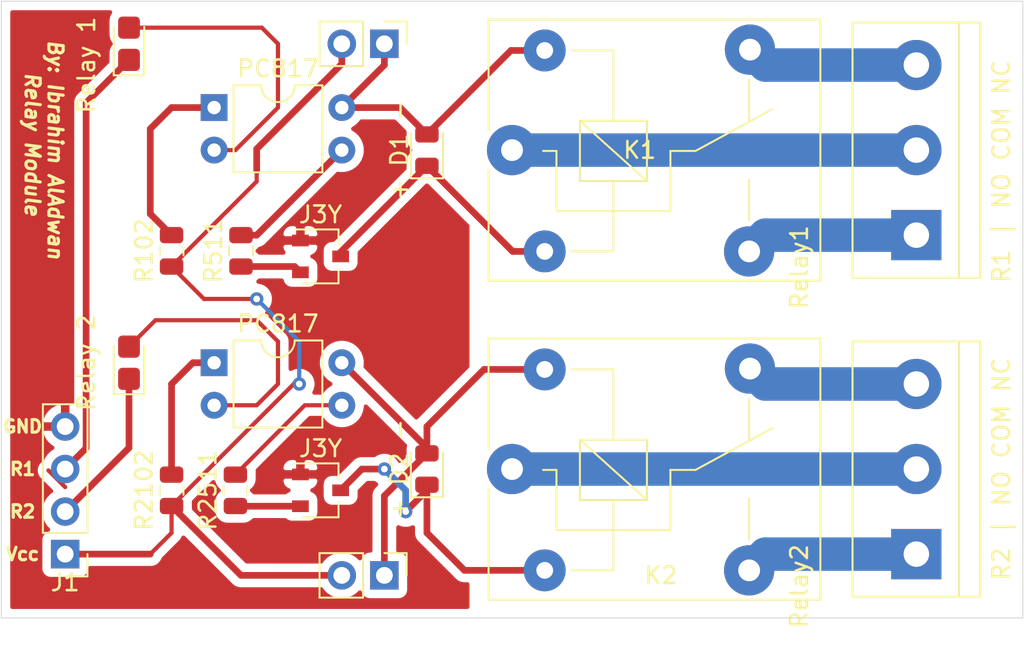
<source format=kicad_pcb>
(kicad_pcb (version 20171130) (host pcbnew "(5.1.6)-1")

  (general
    (thickness 1.6)
    (drawings 16)
    (tracks 92)
    (zones 0)
    (modules 19)
    (nets 23)
  )

  (page A4)
  (title_block
    (title "Relay Module by Ibrahim AlAdwan")
    (date 2021-02-05)
    (rev 1.0)
  )

  (layers
    (0 F.Cu signal)
    (31 B.Cu signal)
    (32 B.Adhes user)
    (33 F.Adhes user)
    (34 B.Paste user)
    (35 F.Paste user)
    (36 B.SilkS user)
    (37 F.SilkS user)
    (38 B.Mask user)
    (39 F.Mask user)
    (40 Dwgs.User user)
    (41 Cmts.User user)
    (42 Eco1.User user)
    (43 Eco2.User user)
    (44 Edge.Cuts user)
    (45 Margin user)
    (46 B.CrtYd user)
    (47 F.CrtYd user)
    (48 B.Fab user)
    (49 F.Fab user)
  )

  (setup
    (last_trace_width 0.4)
    (user_trace_width 0.4)
    (user_trace_width 2)
    (trace_clearance 0.2)
    (zone_clearance 0.508)
    (zone_45_only no)
    (trace_min 0.2)
    (via_size 0.8)
    (via_drill 0.4)
    (via_min_size 0.4)
    (via_min_drill 0.3)
    (uvia_size 0.3)
    (uvia_drill 0.1)
    (uvias_allowed no)
    (uvia_min_size 0.2)
    (uvia_min_drill 0.1)
    (edge_width 0.05)
    (segment_width 0.2)
    (pcb_text_width 0.3)
    (pcb_text_size 1.5 1.5)
    (mod_edge_width 0.12)
    (mod_text_size 1 1)
    (mod_text_width 0.15)
    (pad_size 1.524 1.524)
    (pad_drill 0.762)
    (pad_to_mask_clearance 0.05)
    (aux_axis_origin 0 0)
    (visible_elements 7FFFFFFF)
    (pcbplotparams
      (layerselection 0x010fc_ffffffff)
      (usegerberextensions false)
      (usegerberattributes true)
      (usegerberadvancedattributes true)
      (creategerberjobfile true)
      (excludeedgelayer true)
      (linewidth 0.100000)
      (plotframeref false)
      (viasonmask false)
      (mode 1)
      (useauxorigin false)
      (hpglpennumber 1)
      (hpglpenspeed 20)
      (hpglpendiameter 15.000000)
      (psnegative false)
      (psa4output false)
      (plotreference true)
      (plotvalue true)
      (plotinvisibletext false)
      (padsonsilk false)
      (subtractmaskfromsilk false)
      (outputformat 1)
      (mirror false)
      (drillshape 0)
      (scaleselection 1)
      (outputdirectory "RelayMod_Gerber/"))
  )

  (net 0 "")
  (net 1 "Net-(D1-Pad1)")
  (net 2 "Net-(D1-Pad2)")
  (net 3 "Net-(D2-Pad1)")
  (net 4 "Net-(D2-Pad2)")
  (net 5 "Net-(D3-Pad2)")
  (net 6 "Net-(D3-Pad1)")
  (net 7 "Net-(D4-Pad2)")
  (net 8 "Net-(D4-Pad1)")
  (net 9 "Net-(J1-Pad1)")
  (net 10 GNDREF)
  (net 11 "Net-(R102-Pad2)")
  (net 12 "Net-(R511-Pad2)")
  (net 13 "Net-(K1-Pad4)")
  (net 14 "Net-(K2-Pad4)")
  (net 15 "Net-(J3Y1-Pad2)")
  (net 16 "Net-(J3Y2-Pad2)")
  (net 17 "Net-(K1-Pad1)")
  (net 18 "Net-(K1-Pad3)")
  (net 19 "Net-(K2-Pad3)")
  (net 20 "Net-(K2-Pad1)")
  (net 21 "Net-(PC817-Pad3)")
  (net 22 "Net-(PC817-Pad1)")

  (net_class Default "This is the default net class."
    (clearance 0.2)
    (trace_width 0.25)
    (via_dia 0.8)
    (via_drill 0.4)
    (uvia_dia 0.3)
    (uvia_drill 0.1)
    (add_net GNDREF)
    (add_net "Net-(D1-Pad1)")
    (add_net "Net-(D1-Pad2)")
    (add_net "Net-(D2-Pad1)")
    (add_net "Net-(D2-Pad2)")
    (add_net "Net-(D3-Pad1)")
    (add_net "Net-(D3-Pad2)")
    (add_net "Net-(D4-Pad1)")
    (add_net "Net-(D4-Pad2)")
    (add_net "Net-(J1-Pad1)")
    (add_net "Net-(J3Y1-Pad2)")
    (add_net "Net-(J3Y2-Pad2)")
    (add_net "Net-(K1-Pad1)")
    (add_net "Net-(K1-Pad3)")
    (add_net "Net-(K1-Pad4)")
    (add_net "Net-(K2-Pad1)")
    (add_net "Net-(K2-Pad3)")
    (add_net "Net-(K2-Pad4)")
    (add_net "Net-(PC817-Pad1)")
    (add_net "Net-(PC817-Pad3)")
    (add_net "Net-(R102-Pad2)")
    (add_net "Net-(R511-Pad2)")
  )

  (module Connector_PinHeader_2.54mm:PinHeader_1x04_P2.54mm_Vertical (layer F.Cu) (tedit 59FED5CC) (tstamp 601DDDFE)
    (at 140.97 121.92 180)
    (descr "Through hole straight pin header, 1x04, 2.54mm pitch, single row")
    (tags "Through hole pin header THT 1x04 2.54mm single row")
    (path /601F00C9)
    (fp_text reference J1 (at 0 -1.695) (layer F.SilkS)
      (effects (font (size 1 1) (thickness 0.15)))
    )
    (fp_text value " " (at 0 5.505) (layer F.Fab)
      (effects (font (size 1 1) (thickness 0.15)))
    )
    (fp_text user %R (at 0 1.905 90) (layer F.Fab)
      (effects (font (size 1 1) (thickness 0.15)))
    )
    (fp_line (start -0.635 -1.27) (end 1.27 -1.27) (layer F.Fab) (width 0.1))
    (fp_line (start 1.27 -1.27) (end 1.27 8.89) (layer F.Fab) (width 0.1))
    (fp_line (start 1.27 8.89) (end -1.27 8.89) (layer F.Fab) (width 0.1))
    (fp_line (start -1.27 8.89) (end -1.27 -0.635) (layer F.Fab) (width 0.1))
    (fp_line (start -1.27 -0.635) (end -0.635 -1.27) (layer F.Fab) (width 0.1))
    (fp_line (start -1.33 8.95) (end 1.33 8.95) (layer F.SilkS) (width 0.12))
    (fp_line (start -1.33 1.27) (end -1.33 8.95) (layer F.SilkS) (width 0.12))
    (fp_line (start 1.33 1.27) (end 1.33 8.95) (layer F.SilkS) (width 0.12))
    (fp_line (start -1.33 1.27) (end 1.33 1.27) (layer F.SilkS) (width 0.12))
    (fp_line (start -1.33 0) (end -1.33 -1.33) (layer F.SilkS) (width 0.12))
    (fp_line (start -1.33 -1.33) (end 0 -1.33) (layer F.SilkS) (width 0.12))
    (fp_line (start -1.8 -1.8) (end -1.8 9.4) (layer F.CrtYd) (width 0.05))
    (fp_line (start -1.8 9.4) (end 1.8 9.4) (layer F.CrtYd) (width 0.05))
    (fp_line (start 1.8 9.4) (end 1.8 -1.8) (layer F.CrtYd) (width 0.05))
    (fp_line (start 1.8 -1.8) (end -1.8 -1.8) (layer F.CrtYd) (width 0.05))
    (pad 4 thru_hole oval (at 0 7.62 180) (size 1.7 1.7) (drill 1) (layers *.Cu *.Mask)
      (net 10 GNDREF))
    (pad 3 thru_hole oval (at 0 5.08 180) (size 1.7 1.7) (drill 1) (layers *.Cu *.Mask)
      (net 3 "Net-(D2-Pad1)"))
    (pad 2 thru_hole oval (at 0 2.54 180) (size 1.7 1.7) (drill 1) (layers *.Cu *.Mask)
      (net 6 "Net-(D3-Pad1)"))
    (pad 1 thru_hole rect (at 0 0 180) (size 1.7 1.7) (drill 1) (layers *.Cu *.Mask)
      (net 9 "Net-(J1-Pad1)"))
    (model ${KISYS3DMOD}/Connector_PinHeader_2.54mm.3dshapes/PinHeader_1x04_P2.54mm_Vertical.wrl
      (at (xyz 0 0 0))
      (scale (xyz 1 1 1))
      (rotate (xyz 0 0 0))
    )
  )

  (module Connector_PinHeader_2.54mm:PinHeader_1x02_P2.54mm_Vertical (layer F.Cu) (tedit 59FED5CC) (tstamp 601DDE16)
    (at 160.02 123.19 270)
    (descr "Through hole straight pin header, 1x02, 2.54mm pitch, single row")
    (tags "Through hole pin header THT 1x02 2.54mm single row")
    (path /601F053D)
    (fp_text reference J2 (at 0 -1.695 90) (layer F.SilkS) hide
      (effects (font (size 1 1) (thickness 0.15)))
    )
    (fp_text value Conn_01x02 (at 0 2.965 90) (layer F.Fab)
      (effects (font (size 1 1) (thickness 0.15)))
    )
    (fp_text user %R (at 0 0.635) (layer F.Fab)
      (effects (font (size 1 1) (thickness 0.15)))
    )
    (fp_line (start -0.635 -1.27) (end 1.27 -1.27) (layer F.Fab) (width 0.1))
    (fp_line (start 1.27 -1.27) (end 1.27 3.81) (layer F.Fab) (width 0.1))
    (fp_line (start 1.27 3.81) (end -1.27 3.81) (layer F.Fab) (width 0.1))
    (fp_line (start -1.27 3.81) (end -1.27 -0.635) (layer F.Fab) (width 0.1))
    (fp_line (start -1.27 -0.635) (end -0.635 -1.27) (layer F.Fab) (width 0.1))
    (fp_line (start -1.33 3.87) (end 1.33 3.87) (layer F.SilkS) (width 0.12))
    (fp_line (start -1.33 1.27) (end -1.33 3.87) (layer F.SilkS) (width 0.12))
    (fp_line (start 1.33 1.27) (end 1.33 3.87) (layer F.SilkS) (width 0.12))
    (fp_line (start -1.33 1.27) (end 1.33 1.27) (layer F.SilkS) (width 0.12))
    (fp_line (start -1.33 0) (end -1.33 -1.33) (layer F.SilkS) (width 0.12))
    (fp_line (start -1.33 -1.33) (end 0 -1.33) (layer F.SilkS) (width 0.12))
    (fp_line (start -1.8 -1.8) (end -1.8 4.35) (layer F.CrtYd) (width 0.05))
    (fp_line (start -1.8 4.35) (end 1.8 4.35) (layer F.CrtYd) (width 0.05))
    (fp_line (start 1.8 4.35) (end 1.8 -1.8) (layer F.CrtYd) (width 0.05))
    (fp_line (start 1.8 -1.8) (end -1.8 -1.8) (layer F.CrtYd) (width 0.05))
    (pad 2 thru_hole oval (at 0 2.54 270) (size 1.7 1.7) (drill 1) (layers *.Cu *.Mask)
      (net 9 "Net-(J1-Pad1)"))
    (pad 1 thru_hole rect (at 0 0 270) (size 1.7 1.7) (drill 1) (layers *.Cu *.Mask)
      (net 7 "Net-(D4-Pad2)"))
    (model ${KISYS3DMOD}/Connector_PinHeader_2.54mm.3dshapes/PinHeader_1x02_P2.54mm_Vertical.wrl
      (at (xyz 0 0 0))
      (scale (xyz 1 1 1))
      (rotate (xyz 0 0 0))
    )
  )

  (module Connector_PinHeader_2.54mm:PinHeader_1x02_P2.54mm_Vertical (layer F.Cu) (tedit 59FED5CC) (tstamp 601DDEFC)
    (at 160.02 91.44 270)
    (descr "Through hole straight pin header, 1x02, 2.54mm pitch, single row")
    (tags "Through hole pin header THT 1x02 2.54mm single row")
    (path /60201842)
    (fp_text reference Jumper1 (at 0 -1.695 90) (layer F.SilkS) hide
      (effects (font (size 1 1) (thickness 0.15)))
    )
    (fp_text value " " (at 0 2.965 90) (layer F.Fab)
      (effects (font (size 1 1) (thickness 0.15)))
    )
    (fp_text user %R (at 0 0.635) (layer F.Fab)
      (effects (font (size 1 1) (thickness 0.15)))
    )
    (fp_line (start -0.635 -1.27) (end 1.27 -1.27) (layer F.Fab) (width 0.1))
    (fp_line (start 1.27 -1.27) (end 1.27 3.81) (layer F.Fab) (width 0.1))
    (fp_line (start 1.27 3.81) (end -1.27 3.81) (layer F.Fab) (width 0.1))
    (fp_line (start -1.27 3.81) (end -1.27 -0.635) (layer F.Fab) (width 0.1))
    (fp_line (start -1.27 -0.635) (end -0.635 -1.27) (layer F.Fab) (width 0.1))
    (fp_line (start -1.33 3.87) (end 1.33 3.87) (layer F.SilkS) (width 0.12))
    (fp_line (start -1.33 1.27) (end -1.33 3.87) (layer F.SilkS) (width 0.12))
    (fp_line (start 1.33 1.27) (end 1.33 3.87) (layer F.SilkS) (width 0.12))
    (fp_line (start -1.33 1.27) (end 1.33 1.27) (layer F.SilkS) (width 0.12))
    (fp_line (start -1.33 0) (end -1.33 -1.33) (layer F.SilkS) (width 0.12))
    (fp_line (start -1.33 -1.33) (end 0 -1.33) (layer F.SilkS) (width 0.12))
    (fp_line (start -1.8 -1.8) (end -1.8 4.35) (layer F.CrtYd) (width 0.05))
    (fp_line (start -1.8 4.35) (end 1.8 4.35) (layer F.CrtYd) (width 0.05))
    (fp_line (start 1.8 4.35) (end 1.8 -1.8) (layer F.CrtYd) (width 0.05))
    (fp_line (start 1.8 -1.8) (end -1.8 -1.8) (layer F.CrtYd) (width 0.05))
    (pad 2 thru_hole oval (at 0 2.54 270) (size 1.7 1.7) (drill 1) (layers *.Cu *.Mask)
      (net 9 "Net-(J1-Pad1)"))
    (pad 1 thru_hole rect (at 0 0 270) (size 1.7 1.7) (drill 1) (layers *.Cu *.Mask)
      (net 2 "Net-(D1-Pad2)"))
    (model ${KISYS3DMOD}/Connector_PinHeader_2.54mm.3dshapes/PinHeader_1x02_P2.54mm_Vertical.wrl
      (at (xyz 0 0 0))
      (scale (xyz 1 1 1))
      (rotate (xyz 0 0 0))
    )
  )

  (module Resistor_SMD:R_0805_2012Metric (layer F.Cu) (tedit 5B36C52B) (tstamp 601DDFAB)
    (at 147.32 118.11 90)
    (descr "Resistor SMD 0805 (2012 Metric), square (rectangular) end terminal, IPC_7351 nominal, (Body size source: https://docs.google.com/spreadsheets/d/1BsfQQcO9C6DZCsRaXUlFlo91Tg2WpOkGARC1WS5S8t0/edit?usp=sharing), generated with kicad-footprint-generator")
    (tags resistor)
    (path /601F3E98)
    (attr smd)
    (fp_text reference R2102 (at 0 -1.65 90) (layer F.SilkS)
      (effects (font (size 1 1) (thickness 0.15)))
    )
    (fp_text value "1 k" (at 0 1.65 90) (layer F.Fab)
      (effects (font (size 1 1) (thickness 0.15)))
    )
    (fp_line (start 1.68 0.95) (end -1.68 0.95) (layer F.CrtYd) (width 0.05))
    (fp_line (start 1.68 -0.95) (end 1.68 0.95) (layer F.CrtYd) (width 0.05))
    (fp_line (start -1.68 -0.95) (end 1.68 -0.95) (layer F.CrtYd) (width 0.05))
    (fp_line (start -1.68 0.95) (end -1.68 -0.95) (layer F.CrtYd) (width 0.05))
    (fp_line (start -0.258578 0.71) (end 0.258578 0.71) (layer F.SilkS) (width 0.12))
    (fp_line (start -0.258578 -0.71) (end 0.258578 -0.71) (layer F.SilkS) (width 0.12))
    (fp_line (start 1 0.6) (end -1 0.6) (layer F.Fab) (width 0.1))
    (fp_line (start 1 -0.6) (end 1 0.6) (layer F.Fab) (width 0.1))
    (fp_line (start -1 -0.6) (end 1 -0.6) (layer F.Fab) (width 0.1))
    (fp_line (start -1 0.6) (end -1 -0.6) (layer F.Fab) (width 0.1))
    (fp_text user %R (at 0 0 90) (layer F.Fab)
      (effects (font (size 0.5 0.5) (thickness 0.08)))
    )
    (pad 1 smd roundrect (at -0.9375 0 90) (size 0.975 1.4) (layers F.Cu F.Paste F.Mask) (roundrect_rratio 0.25)
      (net 9 "Net-(J1-Pad1)"))
    (pad 2 smd roundrect (at 0.9375 0 90) (size 0.975 1.4) (layers F.Cu F.Paste F.Mask) (roundrect_rratio 0.25)
      (net 22 "Net-(PC817-Pad1)"))
    (model ${KISYS3DMOD}/Resistor_SMD.3dshapes/R_0805_2012Metric.wrl
      (at (xyz 0 0 0))
      (scale (xyz 1 1 1))
      (rotate (xyz 0 0 0))
    )
  )

  (module TerminalBlock:TerminalBlock_bornier-3_P5.08mm (layer F.Cu) (tedit 59FF03B9) (tstamp 601DDEE4)
    (at 191.77 102.87 90)
    (descr "simple 3-pin terminal block, pitch 5.08mm, revamped version of bornier3")
    (tags "terminal block bornier3")
    (path /60202743)
    (fp_text reference Relay1 (at -1.92 -6.99 90) (layer F.SilkS)
      (effects (font (size 1 1) (thickness 0.15)))
    )
    (fp_text value "R1 | NO COM NC" (at 3.81 5.08 90) (layer F.SilkS)
      (effects (font (size 1 1) (thickness 0.15)))
    )
    (fp_line (start -2.47 2.55) (end 12.63 2.55) (layer F.Fab) (width 0.1))
    (fp_line (start -2.47 -3.75) (end 12.63 -3.75) (layer F.Fab) (width 0.1))
    (fp_line (start 12.63 -3.75) (end 12.63 3.75) (layer F.Fab) (width 0.1))
    (fp_line (start 12.63 3.75) (end -2.47 3.75) (layer F.Fab) (width 0.1))
    (fp_line (start -2.47 3.75) (end -2.47 -3.75) (layer F.Fab) (width 0.1))
    (fp_line (start -2.54 3.81) (end -2.54 -3.81) (layer F.SilkS) (width 0.12))
    (fp_line (start 12.7 3.81) (end 12.7 -3.81) (layer F.SilkS) (width 0.12))
    (fp_line (start -2.54 2.54) (end 12.7 2.54) (layer F.SilkS) (width 0.12))
    (fp_line (start -2.54 -3.81) (end 12.7 -3.81) (layer F.SilkS) (width 0.12))
    (fp_line (start -2.54 3.81) (end 12.7 3.81) (layer F.SilkS) (width 0.12))
    (fp_line (start -2.72 -4) (end 12.88 -4) (layer F.CrtYd) (width 0.05))
    (fp_line (start -2.72 -4) (end -2.72 4) (layer F.CrtYd) (width 0.05))
    (fp_line (start 12.88 4) (end 12.88 -4) (layer F.CrtYd) (width 0.05))
    (fp_line (start 12.88 4) (end -2.72 4) (layer F.CrtYd) (width 0.05))
    (fp_text user %R (at 2.5 -2 90) (layer F.Fab)
      (effects (font (size 1 1) (thickness 0.15)))
    )
    (pad 3 thru_hole circle (at 10.16 0 90) (size 3 3) (drill 1.52) (layers *.Cu *.Mask)
      (net 13 "Net-(K1-Pad4)"))
    (pad 2 thru_hole circle (at 5.08 0 90) (size 3 3) (drill 1.52) (layers *.Cu *.Mask)
      (net 17 "Net-(K1-Pad1)"))
    (pad 1 thru_hole rect (at 0 0 90) (size 3 3) (drill 1.52) (layers *.Cu *.Mask)
      (net 18 "Net-(K1-Pad3)"))
    (model ${KISYS3DMOD}/TerminalBlock.3dshapes/TerminalBlock_bornier-3_P5.08mm.wrl
      (offset (xyz 5.079999923706055 0 0))
      (scale (xyz 1 1 1))
      (rotate (xyz 0 0 0))
    )
  )

  (module TerminalBlock:TerminalBlock_bornier-3_P5.08mm (layer F.Cu) (tedit 59FF03B9) (tstamp 601DDE7D)
    (at 191.77 121.92 90)
    (descr "simple 3-pin terminal block, pitch 5.08mm, revamped version of bornier3")
    (tags "terminal block bornier3")
    (path /60202E8E)
    (fp_text reference Relay2 (at -1.92 -6.99 90) (layer F.SilkS)
      (effects (font (size 1 1) (thickness 0.15)))
    )
    (fp_text value "R2 | NO COM NC" (at 5.08 5.08 90) (layer F.SilkS)
      (effects (font (size 1 1) (thickness 0.15)))
    )
    (fp_line (start -2.47 2.55) (end 12.63 2.55) (layer F.Fab) (width 0.1))
    (fp_line (start -2.47 -3.75) (end 12.63 -3.75) (layer F.Fab) (width 0.1))
    (fp_line (start 12.63 -3.75) (end 12.63 3.75) (layer F.Fab) (width 0.1))
    (fp_line (start 12.63 3.75) (end -2.47 3.75) (layer F.Fab) (width 0.1))
    (fp_line (start -2.47 3.75) (end -2.47 -3.75) (layer F.Fab) (width 0.1))
    (fp_line (start -2.54 3.81) (end -2.54 -3.81) (layer F.SilkS) (width 0.12))
    (fp_line (start 12.7 3.81) (end 12.7 -3.81) (layer F.SilkS) (width 0.12))
    (fp_line (start -2.54 2.54) (end 12.7 2.54) (layer F.SilkS) (width 0.12))
    (fp_line (start -2.54 -3.81) (end 12.7 -3.81) (layer F.SilkS) (width 0.12))
    (fp_line (start -2.54 3.81) (end 12.7 3.81) (layer F.SilkS) (width 0.12))
    (fp_line (start -2.72 -4) (end 12.88 -4) (layer F.CrtYd) (width 0.05))
    (fp_line (start -2.72 -4) (end -2.72 4) (layer F.CrtYd) (width 0.05))
    (fp_line (start 12.88 4) (end 12.88 -4) (layer F.CrtYd) (width 0.05))
    (fp_line (start 12.88 4) (end -2.72 4) (layer F.CrtYd) (width 0.05))
    (fp_text user %R (at 2.5 -2 90) (layer F.Fab)
      (effects (font (size 1 1) (thickness 0.15)))
    )
    (pad 3 thru_hole circle (at 10.16 0 90) (size 3 3) (drill 1.52) (layers *.Cu *.Mask)
      (net 14 "Net-(K2-Pad4)"))
    (pad 2 thru_hole circle (at 5.08 0 90) (size 3 3) (drill 1.52) (layers *.Cu *.Mask)
      (net 20 "Net-(K2-Pad1)"))
    (pad 1 thru_hole rect (at 0 0 90) (size 3 3) (drill 1.52) (layers *.Cu *.Mask)
      (net 19 "Net-(K2-Pad3)"))
    (model ${KISYS3DMOD}/TerminalBlock.3dshapes/TerminalBlock_bornier-3_P5.08mm.wrl
      (offset (xyz 5.079999923706055 0 0))
      (scale (xyz 1 1 1))
      (rotate (xyz 0 0 0))
    )
  )

  (module Diode_SMD:D_0805_2012Metric (layer F.Cu) (tedit 5B36C52B) (tstamp 601DDDAB)
    (at 162.56 97.79 90)
    (descr "Diode SMD 0805 (2012 Metric), square (rectangular) end terminal, IPC_7351 nominal, (Body size source: https://docs.google.com/spreadsheets/d/1BsfQQcO9C6DZCsRaXUlFlo91Tg2WpOkGARC1WS5S8t0/edit?usp=sharing), generated with kicad-footprint-generator")
    (tags diode)
    (path /60201856)
    (attr smd)
    (fp_text reference "+ D1 -" (at 0 -1.65 90) (layer F.SilkS)
      (effects (font (size 1 1) (thickness 0.15)))
    )
    (fp_text value D1 (at 0 1.65 90) (layer F.Fab)
      (effects (font (size 1 1) (thickness 0.15)))
    )
    (fp_line (start 1.68 0.95) (end -1.68 0.95) (layer F.CrtYd) (width 0.05))
    (fp_line (start 1.68 -0.95) (end 1.68 0.95) (layer F.CrtYd) (width 0.05))
    (fp_line (start -1.68 -0.95) (end 1.68 -0.95) (layer F.CrtYd) (width 0.05))
    (fp_line (start -1.68 0.95) (end -1.68 -0.95) (layer F.CrtYd) (width 0.05))
    (fp_line (start -1.685 0.96) (end 1 0.96) (layer F.SilkS) (width 0.12))
    (fp_line (start -1.685 -0.96) (end -1.685 0.96) (layer F.SilkS) (width 0.12))
    (fp_line (start 1 -0.96) (end -1.685 -0.96) (layer F.SilkS) (width 0.12))
    (fp_line (start 1 0.6) (end 1 -0.6) (layer F.Fab) (width 0.1))
    (fp_line (start -1 0.6) (end 1 0.6) (layer F.Fab) (width 0.1))
    (fp_line (start -1 -0.3) (end -1 0.6) (layer F.Fab) (width 0.1))
    (fp_line (start -0.7 -0.6) (end -1 -0.3) (layer F.Fab) (width 0.1))
    (fp_line (start 1 -0.6) (end -0.7 -0.6) (layer F.Fab) (width 0.1))
    (fp_text user %R (at 0 0 90) (layer F.Fab)
      (effects (font (size 0.5 0.5) (thickness 0.08)))
    )
    (pad 1 smd roundrect (at -0.9375 0 90) (size 0.975 1.4) (layers F.Cu F.Paste F.Mask) (roundrect_rratio 0.25)
      (net 1 "Net-(D1-Pad1)"))
    (pad 2 smd roundrect (at 0.9375 0 90) (size 0.975 1.4) (layers F.Cu F.Paste F.Mask) (roundrect_rratio 0.25)
      (net 2 "Net-(D1-Pad2)"))
    (model ${KISYS3DMOD}/Diode_SMD.3dshapes/D_0805_2012Metric.wrl
      (at (xyz 0 0 0))
      (scale (xyz 1 1 1))
      (rotate (xyz 0 0 0))
    )
  )

  (module LED_SMD:LED_0805_2012Metric_Castellated (layer F.Cu) (tedit 5B36C52C) (tstamp 601DDDBE)
    (at 144.78 91.44 90)
    (descr "LED SMD 0805 (2012 Metric), castellated end terminal, IPC_7351 nominal, (Body size source: https://docs.google.com/spreadsheets/d/1BsfQQcO9C6DZCsRaXUlFlo91Tg2WpOkGARC1WS5S8t0/edit?usp=sharing), generated with kicad-footprint-generator")
    (tags "LED castellated")
    (path /6020185C)
    (attr smd)
    (fp_text reference "Relay 1" (at -1.27 -2.54 90) (layer F.SilkS)
      (effects (font (size 1 1) (thickness 0.15)))
    )
    (fp_text value LED (at 0 1.6 90) (layer F.Fab)
      (effects (font (size 1 1) (thickness 0.15)))
    )
    (fp_line (start 1.88 0.9) (end -1.88 0.9) (layer F.CrtYd) (width 0.05))
    (fp_line (start 1.88 -0.9) (end 1.88 0.9) (layer F.CrtYd) (width 0.05))
    (fp_line (start -1.88 -0.9) (end 1.88 -0.9) (layer F.CrtYd) (width 0.05))
    (fp_line (start -1.88 0.9) (end -1.88 -0.9) (layer F.CrtYd) (width 0.05))
    (fp_line (start -1.885 0.91) (end 1 0.91) (layer F.SilkS) (width 0.12))
    (fp_line (start -1.885 -0.91) (end -1.885 0.91) (layer F.SilkS) (width 0.12))
    (fp_line (start 1 -0.91) (end -1.885 -0.91) (layer F.SilkS) (width 0.12))
    (fp_line (start 1 0.6) (end 1 -0.6) (layer F.Fab) (width 0.1))
    (fp_line (start -1 0.6) (end 1 0.6) (layer F.Fab) (width 0.1))
    (fp_line (start -1 -0.3) (end -1 0.6) (layer F.Fab) (width 0.1))
    (fp_line (start -0.7 -0.6) (end -1 -0.3) (layer F.Fab) (width 0.1))
    (fp_line (start 1 -0.6) (end -0.7 -0.6) (layer F.Fab) (width 0.1))
    (fp_text user %R (at 0 0 90) (layer F.Fab)
      (effects (font (size 0.5 0.5) (thickness 0.08)))
    )
    (pad 1 smd roundrect (at -0.9625 0 90) (size 1.325 1.3) (layers F.Cu F.Paste F.Mask) (roundrect_rratio 0.192308)
      (net 3 "Net-(D2-Pad1)"))
    (pad 2 smd roundrect (at 0.9625 0 90) (size 1.325 1.3) (layers F.Cu F.Paste F.Mask) (roundrect_rratio 0.192308)
      (net 4 "Net-(D2-Pad2)"))
    (model ${KISYS3DMOD}/LED_SMD.3dshapes/LED_0805_2012Metric_Castellated.wrl
      (at (xyz 0 0 0))
      (scale (xyz 1 1 1))
      (rotate (xyz 0 0 0))
    )
  )

  (module LED_SMD:LED_0805_2012Metric_Castellated (layer F.Cu) (tedit 5B36C52C) (tstamp 601DDDD1)
    (at 144.78 110.49 90)
    (descr "LED SMD 0805 (2012 Metric), castellated end terminal, IPC_7351 nominal, (Body size source: https://docs.google.com/spreadsheets/d/1BsfQQcO9C6DZCsRaXUlFlo91Tg2WpOkGARC1WS5S8t0/edit?usp=sharing), generated with kicad-footprint-generator")
    (tags "LED castellated")
    (path /601F3394)
    (attr smd)
    (fp_text reference "Relay 2" (at 0 -2.54 90) (layer F.SilkS)
      (effects (font (size 1 1) (thickness 0.15)))
    )
    (fp_text value LED (at 0 1.6 90) (layer F.Fab)
      (effects (font (size 1 1) (thickness 0.15)))
    )
    (fp_line (start 1 -0.6) (end -0.7 -0.6) (layer F.Fab) (width 0.1))
    (fp_line (start -0.7 -0.6) (end -1 -0.3) (layer F.Fab) (width 0.1))
    (fp_line (start -1 -0.3) (end -1 0.6) (layer F.Fab) (width 0.1))
    (fp_line (start -1 0.6) (end 1 0.6) (layer F.Fab) (width 0.1))
    (fp_line (start 1 0.6) (end 1 -0.6) (layer F.Fab) (width 0.1))
    (fp_line (start 1 -0.91) (end -1.885 -0.91) (layer F.SilkS) (width 0.12))
    (fp_line (start -1.885 -0.91) (end -1.885 0.91) (layer F.SilkS) (width 0.12))
    (fp_line (start -1.885 0.91) (end 1 0.91) (layer F.SilkS) (width 0.12))
    (fp_line (start -1.88 0.9) (end -1.88 -0.9) (layer F.CrtYd) (width 0.05))
    (fp_line (start -1.88 -0.9) (end 1.88 -0.9) (layer F.CrtYd) (width 0.05))
    (fp_line (start 1.88 -0.9) (end 1.88 0.9) (layer F.CrtYd) (width 0.05))
    (fp_line (start 1.88 0.9) (end -1.88 0.9) (layer F.CrtYd) (width 0.05))
    (fp_text user %R (at 0 0 90) (layer F.Fab)
      (effects (font (size 0.5 0.5) (thickness 0.08)))
    )
    (pad 2 smd roundrect (at 0.9625 0 90) (size 1.325 1.3) (layers F.Cu F.Paste F.Mask) (roundrect_rratio 0.192308)
      (net 5 "Net-(D3-Pad2)"))
    (pad 1 smd roundrect (at -0.9625 0 90) (size 1.325 1.3) (layers F.Cu F.Paste F.Mask) (roundrect_rratio 0.192308)
      (net 6 "Net-(D3-Pad1)"))
    (model ${KISYS3DMOD}/LED_SMD.3dshapes/LED_0805_2012Metric_Castellated.wrl
      (at (xyz 0 0 0))
      (scale (xyz 1 1 1))
      (rotate (xyz 0 0 0))
    )
  )

  (module Diode_SMD:D_0805_2012Metric (layer F.Cu) (tedit 5B36C52B) (tstamp 601DDDE4)
    (at 162.56 116.84 90)
    (descr "Diode SMD 0805 (2012 Metric), square (rectangular) end terminal, IPC_7351 nominal, (Body size source: https://docs.google.com/spreadsheets/d/1BsfQQcO9C6DZCsRaXUlFlo91Tg2WpOkGARC1WS5S8t0/edit?usp=sharing), generated with kicad-footprint-generator")
    (tags diode)
    (path /601F2A88)
    (attr smd)
    (fp_text reference "+ D2 -" (at 0 -1.65 90) (layer F.SilkS)
      (effects (font (size 1 1) (thickness 0.15)))
    )
    (fp_text value DIODE (at 0 1.65 90) (layer F.Fab)
      (effects (font (size 1 1) (thickness 0.15)))
    )
    (fp_line (start 1 -0.6) (end -0.7 -0.6) (layer F.Fab) (width 0.1))
    (fp_line (start -0.7 -0.6) (end -1 -0.3) (layer F.Fab) (width 0.1))
    (fp_line (start -1 -0.3) (end -1 0.6) (layer F.Fab) (width 0.1))
    (fp_line (start -1 0.6) (end 1 0.6) (layer F.Fab) (width 0.1))
    (fp_line (start 1 0.6) (end 1 -0.6) (layer F.Fab) (width 0.1))
    (fp_line (start 1 -0.96) (end -1.685 -0.96) (layer F.SilkS) (width 0.12))
    (fp_line (start -1.685 -0.96) (end -1.685 0.96) (layer F.SilkS) (width 0.12))
    (fp_line (start -1.685 0.96) (end 1 0.96) (layer F.SilkS) (width 0.12))
    (fp_line (start -1.68 0.95) (end -1.68 -0.95) (layer F.CrtYd) (width 0.05))
    (fp_line (start -1.68 -0.95) (end 1.68 -0.95) (layer F.CrtYd) (width 0.05))
    (fp_line (start 1.68 -0.95) (end 1.68 0.95) (layer F.CrtYd) (width 0.05))
    (fp_line (start 1.68 0.95) (end -1.68 0.95) (layer F.CrtYd) (width 0.05))
    (fp_text user %R (at 0 0 90) (layer F.Fab)
      (effects (font (size 0.5 0.5) (thickness 0.08)))
    )
    (pad 2 smd roundrect (at 0.9375 0 90) (size 0.975 1.4) (layers F.Cu F.Paste F.Mask) (roundrect_rratio 0.25)
      (net 7 "Net-(D4-Pad2)"))
    (pad 1 smd roundrect (at -0.9375 0 90) (size 0.975 1.4) (layers F.Cu F.Paste F.Mask) (roundrect_rratio 0.25)
      (net 8 "Net-(D4-Pad1)"))
    (model ${KISYS3DMOD}/Diode_SMD.3dshapes/D_0805_2012Metric.wrl
      (at (xyz 0 0 0))
      (scale (xyz 1 1 1))
      (rotate (xyz 0 0 0))
    )
  )

  (module Relay_THT:Relay_SPDT_SANYOU_SRD_Series_Form_C (layer F.Cu) (tedit 58FA3148) (tstamp 601DDF25)
    (at 167.64 97.79)
    (descr "relay Sanyou SRD series Form C http://www.sanyourelay.ca/public/products/pdf/SRD.pdf")
    (tags "relay Sanyu SRD form C")
    (path /60219AB2)
    (fp_text reference K1 (at 7.62 0) (layer F.SilkS)
      (effects (font (size 1 1) (thickness 0.15)))
    )
    (fp_text value " " (at 8 -9.6) (layer F.Fab) hide
      (effects (font (size 1 1) (thickness 0.15)))
    )
    (fp_line (start -1.4 1.2) (end -1.4 7.8) (layer F.SilkS) (width 0.12))
    (fp_line (start -1.4 -7.8) (end -1.4 -1.2) (layer F.SilkS) (width 0.12))
    (fp_line (start -1.4 -7.8) (end 18.4 -7.8) (layer F.SilkS) (width 0.12))
    (fp_line (start 18.4 -7.8) (end 18.4 7.8) (layer F.SilkS) (width 0.12))
    (fp_line (start 18.4 7.8) (end -1.4 7.8) (layer F.SilkS) (width 0.12))
    (fp_line (start -1.3 -7.7) (end 18.3 -7.7) (layer F.Fab) (width 0.12))
    (fp_line (start 18.3 -7.7) (end 18.3 7.7) (layer F.Fab) (width 0.12))
    (fp_line (start 18.3 7.7) (end -1.3 7.7) (layer F.Fab) (width 0.12))
    (fp_line (start -1.3 7.7) (end -1.3 -7.7) (layer F.Fab) (width 0.12))
    (fp_line (start 18.55 -7.95) (end -1.55 -7.95) (layer F.CrtYd) (width 0.05))
    (fp_line (start -1.55 7.95) (end -1.55 -7.95) (layer F.CrtYd) (width 0.05))
    (fp_line (start 18.55 -7.95) (end 18.55 7.95) (layer F.CrtYd) (width 0.05))
    (fp_line (start -1.55 7.95) (end 18.55 7.95) (layer F.CrtYd) (width 0.05))
    (fp_line (start 14.15 4.2) (end 14.15 1.75) (layer F.SilkS) (width 0.12))
    (fp_line (start 14.15 -4.2) (end 14.15 -1.7) (layer F.SilkS) (width 0.12))
    (fp_line (start 3.55 6.05) (end 6.05 6.05) (layer F.SilkS) (width 0.12))
    (fp_line (start 2.65 0.05) (end 1.85 0.05) (layer F.SilkS) (width 0.12))
    (fp_line (start 6.05 -5.95) (end 3.55 -5.95) (layer F.SilkS) (width 0.12))
    (fp_line (start 9.45 0.05) (end 10.95 0.05) (layer F.SilkS) (width 0.12))
    (fp_line (start 10.95 0.05) (end 15.55 -2.45) (layer F.SilkS) (width 0.12))
    (fp_line (start 9.45 3.65) (end 2.65 3.65) (layer F.SilkS) (width 0.12))
    (fp_line (start 9.45 0.05) (end 9.45 3.65) (layer F.SilkS) (width 0.12))
    (fp_line (start 2.65 0.05) (end 2.65 3.65) (layer F.SilkS) (width 0.12))
    (fp_line (start 6.05 -5.95) (end 6.05 -1.75) (layer F.SilkS) (width 0.12))
    (fp_line (start 6.05 1.85) (end 6.05 6.05) (layer F.SilkS) (width 0.12))
    (fp_line (start 8.05 1.85) (end 4.05 -1.75) (layer F.SilkS) (width 0.12))
    (fp_line (start 4.05 1.85) (end 4.05 -1.75) (layer F.SilkS) (width 0.12))
    (fp_line (start 4.05 -1.75) (end 8.05 -1.75) (layer F.SilkS) (width 0.12))
    (fp_line (start 8.05 -1.75) (end 8.05 1.85) (layer F.SilkS) (width 0.12))
    (fp_line (start 8.05 1.85) (end 4.05 1.85) (layer F.SilkS) (width 0.12))
    (fp_text user %R (at 7.1 0.025) (layer F.Fab)
      (effects (font (size 1 1) (thickness 0.15)))
    )
    (fp_text user 1 (at 0 -2.3) (layer F.Fab)
      (effects (font (size 1 1) (thickness 0.15)))
    )
    (pad 1 thru_hole circle (at 0 0 90) (size 3 3) (drill 1.3) (layers *.Cu *.Mask)
      (net 17 "Net-(K1-Pad1)"))
    (pad 5 thru_hole circle (at 1.95 -5.95 90) (size 2.5 2.5) (drill 1) (layers *.Cu *.Mask)
      (net 2 "Net-(D1-Pad2)"))
    (pad 4 thru_hole circle (at 14.2 -6 90) (size 3 3) (drill 1.3) (layers *.Cu *.Mask)
      (net 13 "Net-(K1-Pad4)"))
    (pad 3 thru_hole circle (at 14.15 6.05 90) (size 3 3) (drill 1.3) (layers *.Cu *.Mask)
      (net 18 "Net-(K1-Pad3)"))
    (pad 2 thru_hole circle (at 1.95 6.05 90) (size 2.5 2.5) (drill 1) (layers *.Cu *.Mask)
      (net 1 "Net-(D1-Pad1)"))
    (model ${KISYS3DMOD}/Relay_THT.3dshapes/Relay_SPDT_SANYOU_SRD_Series_Form_C.wrl
      (at (xyz 0 0 0))
      (scale (xyz 1 1 1))
      (rotate (xyz 0 0 0))
    )
  )

  (module Relay_THT:Relay_SPDT_SANYOU_SRD_Series_Form_C (layer F.Cu) (tedit 58FA3148) (tstamp 601DDF4E)
    (at 167.64 116.84)
    (descr "relay Sanyou SRD series Form C http://www.sanyourelay.ca/public/products/pdf/SRD.pdf")
    (tags "relay Sanyu SRD form C")
    (path /60221088)
    (fp_text reference K2 (at 8.89 6.35) (layer F.SilkS)
      (effects (font (size 1 1) (thickness 0.15)))
    )
    (fp_text value " " (at 7.62 -5.08) (layer F.Fab)
      (effects (font (size 1 1) (thickness 0.15)))
    )
    (fp_line (start 8.05 1.85) (end 4.05 1.85) (layer F.SilkS) (width 0.12))
    (fp_line (start 8.05 -1.75) (end 8.05 1.85) (layer F.SilkS) (width 0.12))
    (fp_line (start 4.05 -1.75) (end 8.05 -1.75) (layer F.SilkS) (width 0.12))
    (fp_line (start 4.05 1.85) (end 4.05 -1.75) (layer F.SilkS) (width 0.12))
    (fp_line (start 8.05 1.85) (end 4.05 -1.75) (layer F.SilkS) (width 0.12))
    (fp_line (start 6.05 1.85) (end 6.05 6.05) (layer F.SilkS) (width 0.12))
    (fp_line (start 6.05 -5.95) (end 6.05 -1.75) (layer F.SilkS) (width 0.12))
    (fp_line (start 2.65 0.05) (end 2.65 3.65) (layer F.SilkS) (width 0.12))
    (fp_line (start 9.45 0.05) (end 9.45 3.65) (layer F.SilkS) (width 0.12))
    (fp_line (start 9.45 3.65) (end 2.65 3.65) (layer F.SilkS) (width 0.12))
    (fp_line (start 10.95 0.05) (end 15.55 -2.45) (layer F.SilkS) (width 0.12))
    (fp_line (start 9.45 0.05) (end 10.95 0.05) (layer F.SilkS) (width 0.12))
    (fp_line (start 6.05 -5.95) (end 3.55 -5.95) (layer F.SilkS) (width 0.12))
    (fp_line (start 2.65 0.05) (end 1.85 0.05) (layer F.SilkS) (width 0.12))
    (fp_line (start 3.55 6.05) (end 6.05 6.05) (layer F.SilkS) (width 0.12))
    (fp_line (start 14.15 -4.2) (end 14.15 -1.7) (layer F.SilkS) (width 0.12))
    (fp_line (start 14.15 4.2) (end 14.15 1.75) (layer F.SilkS) (width 0.12))
    (fp_line (start -1.55 7.95) (end 18.55 7.95) (layer F.CrtYd) (width 0.05))
    (fp_line (start 18.55 -7.95) (end 18.55 7.95) (layer F.CrtYd) (width 0.05))
    (fp_line (start -1.55 7.95) (end -1.55 -7.95) (layer F.CrtYd) (width 0.05))
    (fp_line (start 18.55 -7.95) (end -1.55 -7.95) (layer F.CrtYd) (width 0.05))
    (fp_line (start -1.3 7.7) (end -1.3 -7.7) (layer F.Fab) (width 0.12))
    (fp_line (start 18.3 7.7) (end -1.3 7.7) (layer F.Fab) (width 0.12))
    (fp_line (start 18.3 -7.7) (end 18.3 7.7) (layer F.Fab) (width 0.12))
    (fp_line (start -1.3 -7.7) (end 18.3 -7.7) (layer F.Fab) (width 0.12))
    (fp_line (start 18.4 7.8) (end -1.4 7.8) (layer F.SilkS) (width 0.12))
    (fp_line (start 18.4 -7.8) (end 18.4 7.8) (layer F.SilkS) (width 0.12))
    (fp_line (start -1.4 -7.8) (end 18.4 -7.8) (layer F.SilkS) (width 0.12))
    (fp_line (start -1.4 -7.8) (end -1.4 -1.2) (layer F.SilkS) (width 0.12))
    (fp_line (start -1.4 1.2) (end -1.4 7.8) (layer F.SilkS) (width 0.12))
    (fp_text user 1 (at 0 -2.3) (layer F.Fab)
      (effects (font (size 1 1) (thickness 0.15)))
    )
    (fp_text user %R (at 7.1 0.025) (layer F.Fab)
      (effects (font (size 1 1) (thickness 0.15)))
    )
    (pad 2 thru_hole circle (at 1.95 6.05 90) (size 2.5 2.5) (drill 1) (layers *.Cu *.Mask)
      (net 8 "Net-(D4-Pad1)"))
    (pad 3 thru_hole circle (at 14.15 6.05 90) (size 3 3) (drill 1.3) (layers *.Cu *.Mask)
      (net 19 "Net-(K2-Pad3)"))
    (pad 4 thru_hole circle (at 14.2 -6 90) (size 3 3) (drill 1.3) (layers *.Cu *.Mask)
      (net 14 "Net-(K2-Pad4)"))
    (pad 5 thru_hole circle (at 1.95 -5.95 90) (size 2.5 2.5) (drill 1) (layers *.Cu *.Mask)
      (net 7 "Net-(D4-Pad2)"))
    (pad 1 thru_hole circle (at 0 0 90) (size 3 3) (drill 1.3) (layers *.Cu *.Mask)
      (net 20 "Net-(K2-Pad1)"))
    (model ${KISYS3DMOD}/Relay_THT.3dshapes/Relay_SPDT_SANYOU_SRD_Series_Form_C.wrl
      (at (xyz 0 0 0))
      (scale (xyz 1 1 1))
      (rotate (xyz 0 0 0))
    )
  )

  (module Package_TO_SOT_SMD:SOT-23W (layer F.Cu) (tedit 5A02FF57) (tstamp 601DDF63)
    (at 156.21 104.14)
    (descr "SOT-23W http://www.allegromicro.com/~/media/Files/Datasheets/A112x-Datasheet.ashx?la=en&hash=7BC461E058CC246E0BAB62433B2F1ECA104CA9D3")
    (tags SOT-23W)
    (path /6020184E)
    (attr smd)
    (fp_text reference J3Y (at 0 -2.5) (layer F.SilkS)
      (effects (font (size 1 1) (thickness 0.15)))
    )
    (fp_text value S8050 (at 0 2.5) (layer F.Fab)
      (effects (font (size 1 1) (thickness 0.15)))
    )
    (fp_line (start 1.075 -1.61) (end 1.075 -0.7) (layer F.SilkS) (width 0.12))
    (fp_line (start 1.075 0.7) (end 1.075 1.61) (layer F.SilkS) (width 0.12))
    (fp_line (start -1.5 -1.61) (end 1.075 -1.61) (layer F.SilkS) (width 0.12))
    (fp_line (start -1.075 1.61) (end 1.075 1.61) (layer F.SilkS) (width 0.12))
    (fp_line (start -0.955 -0.49) (end -0.955 1.49) (layer F.Fab) (width 0.1))
    (fp_line (start 0.045 -1.49) (end 0.955 -1.49) (layer F.Fab) (width 0.1))
    (fp_line (start -0.955 -0.49) (end 0.045 -1.49) (layer F.Fab) (width 0.1))
    (fp_line (start 0.955 -1.49) (end 0.955 1.49) (layer F.Fab) (width 0.1))
    (fp_line (start -0.955 1.49) (end 0.955 1.49) (layer F.Fab) (width 0.1))
    (fp_line (start -1.95 -1.74) (end 1.95 -1.74) (layer F.CrtYd) (width 0.05))
    (fp_line (start 1.95 -1.74) (end 1.95 1.74) (layer F.CrtYd) (width 0.05))
    (fp_line (start 1.95 1.74) (end -1.95 1.74) (layer F.CrtYd) (width 0.05))
    (fp_line (start -1.95 1.74) (end -1.95 -1.74) (layer F.CrtYd) (width 0.05))
    (fp_text user %R (at 0 0 90) (layer F.Fab)
      (effects (font (size 0.5 0.5) (thickness 0.075)))
    )
    (pad 3 smd rect (at 1.2 0) (size 1 0.7) (layers F.Cu F.Paste F.Mask)
      (net 1 "Net-(D1-Pad1)"))
    (pad 2 smd rect (at -1.2 0.95) (size 1 0.7) (layers F.Cu F.Paste F.Mask)
      (net 15 "Net-(J3Y1-Pad2)"))
    (pad 1 smd rect (at -1.2 -0.95) (size 1 0.7) (layers F.Cu F.Paste F.Mask)
      (net 10 GNDREF))
    (model ${KISYS3DMOD}/Package_TO_SOT_SMD.3dshapes/SOT-23W.wrl
      (at (xyz 0 0 0))
      (scale (xyz 1 1 1))
      (rotate (xyz 0 0 0))
    )
  )

  (module Package_TO_SOT_SMD:SOT-23W (layer F.Cu) (tedit 5A02FF57) (tstamp 601DDF78)
    (at 156.21 118.11)
    (descr "SOT-23W http://www.allegromicro.com/~/media/Files/Datasheets/A112x-Datasheet.ashx?la=en&hash=7BC461E058CC246E0BAB62433B2F1ECA104CA9D3")
    (tags SOT-23W)
    (path /601F2517)
    (attr smd)
    (fp_text reference J3Y (at 0 -2.5) (layer F.SilkS)
      (effects (font (size 1 1) (thickness 0.15)))
    )
    (fp_text value S8050 (at 0 2.5) (layer F.Fab)
      (effects (font (size 1 1) (thickness 0.15)))
    )
    (fp_line (start -1.95 1.74) (end -1.95 -1.74) (layer F.CrtYd) (width 0.05))
    (fp_line (start 1.95 1.74) (end -1.95 1.74) (layer F.CrtYd) (width 0.05))
    (fp_line (start 1.95 -1.74) (end 1.95 1.74) (layer F.CrtYd) (width 0.05))
    (fp_line (start -1.95 -1.74) (end 1.95 -1.74) (layer F.CrtYd) (width 0.05))
    (fp_line (start -0.955 1.49) (end 0.955 1.49) (layer F.Fab) (width 0.1))
    (fp_line (start 0.955 -1.49) (end 0.955 1.49) (layer F.Fab) (width 0.1))
    (fp_line (start -0.955 -0.49) (end 0.045 -1.49) (layer F.Fab) (width 0.1))
    (fp_line (start 0.045 -1.49) (end 0.955 -1.49) (layer F.Fab) (width 0.1))
    (fp_line (start -0.955 -0.49) (end -0.955 1.49) (layer F.Fab) (width 0.1))
    (fp_line (start -1.075 1.61) (end 1.075 1.61) (layer F.SilkS) (width 0.12))
    (fp_line (start -1.5 -1.61) (end 1.075 -1.61) (layer F.SilkS) (width 0.12))
    (fp_line (start 1.075 0.7) (end 1.075 1.61) (layer F.SilkS) (width 0.12))
    (fp_line (start 1.075 -1.61) (end 1.075 -0.7) (layer F.SilkS) (width 0.12))
    (fp_text user %R (at 0 0 90) (layer F.Fab)
      (effects (font (size 0.5 0.5) (thickness 0.075)))
    )
    (pad 1 smd rect (at -1.2 -0.95) (size 1 0.7) (layers F.Cu F.Paste F.Mask)
      (net 10 GNDREF))
    (pad 2 smd rect (at -1.2 0.95) (size 1 0.7) (layers F.Cu F.Paste F.Mask)
      (net 16 "Net-(J3Y2-Pad2)"))
    (pad 3 smd rect (at 1.2 0) (size 1 0.7) (layers F.Cu F.Paste F.Mask)
      (net 8 "Net-(D4-Pad1)"))
    (model ${KISYS3DMOD}/Package_TO_SOT_SMD.3dshapes/SOT-23W.wrl
      (at (xyz 0 0 0))
      (scale (xyz 1 1 1))
      (rotate (xyz 0 0 0))
    )
  )

  (module Resistor_SMD:R_0805_2012Metric (layer F.Cu) (tedit 5B36C52B) (tstamp 601DDF89)
    (at 147.32 103.8075 90)
    (descr "Resistor SMD 0805 (2012 Metric), square (rectangular) end terminal, IPC_7351 nominal, (Body size source: https://docs.google.com/spreadsheets/d/1BsfQQcO9C6DZCsRaXUlFlo91Tg2WpOkGARC1WS5S8t0/edit?usp=sharing), generated with kicad-footprint-generator")
    (tags resistor)
    (path /60201868)
    (attr smd)
    (fp_text reference R102 (at 0 -1.65 90) (layer F.SilkS)
      (effects (font (size 1 1) (thickness 0.15)))
    )
    (fp_text value "1 k" (at 0 1.65 90) (layer F.Fab)
      (effects (font (size 1 1) (thickness 0.15)))
    )
    (fp_line (start 1.68 0.95) (end -1.68 0.95) (layer F.CrtYd) (width 0.05))
    (fp_line (start 1.68 -0.95) (end 1.68 0.95) (layer F.CrtYd) (width 0.05))
    (fp_line (start -1.68 -0.95) (end 1.68 -0.95) (layer F.CrtYd) (width 0.05))
    (fp_line (start -1.68 0.95) (end -1.68 -0.95) (layer F.CrtYd) (width 0.05))
    (fp_line (start -0.258578 0.71) (end 0.258578 0.71) (layer F.SilkS) (width 0.12))
    (fp_line (start -0.258578 -0.71) (end 0.258578 -0.71) (layer F.SilkS) (width 0.12))
    (fp_line (start 1 0.6) (end -1 0.6) (layer F.Fab) (width 0.1))
    (fp_line (start 1 -0.6) (end 1 0.6) (layer F.Fab) (width 0.1))
    (fp_line (start -1 -0.6) (end 1 -0.6) (layer F.Fab) (width 0.1))
    (fp_line (start -1 0.6) (end -1 -0.6) (layer F.Fab) (width 0.1))
    (fp_text user %R (at 0 0 90) (layer F.Fab)
      (effects (font (size 0.5 0.5) (thickness 0.08)))
    )
    (pad 1 smd roundrect (at -0.9375 0 90) (size 0.975 1.4) (layers F.Cu F.Paste F.Mask) (roundrect_rratio 0.25)
      (net 9 "Net-(J1-Pad1)"))
    (pad 2 smd roundrect (at 0.9375 0 90) (size 0.975 1.4) (layers F.Cu F.Paste F.Mask) (roundrect_rratio 0.25)
      (net 11 "Net-(R102-Pad2)"))
    (model ${KISYS3DMOD}/Resistor_SMD.3dshapes/R_0805_2012Metric.wrl
      (at (xyz 0 0 0))
      (scale (xyz 1 1 1))
      (rotate (xyz 0 0 0))
    )
  )

  (module Resistor_SMD:R_0805_2012Metric (layer F.Cu) (tedit 5B36C52B) (tstamp 601DDF9A)
    (at 151.4625 103.8075 90)
    (descr "Resistor SMD 0805 (2012 Metric), square (rectangular) end terminal, IPC_7351 nominal, (Body size source: https://docs.google.com/spreadsheets/d/1BsfQQcO9C6DZCsRaXUlFlo91Tg2WpOkGARC1WS5S8t0/edit?usp=sharing), generated with kicad-footprint-generator")
    (tags resistor)
    (path /60201862)
    (attr smd)
    (fp_text reference R511 (at 0 -1.65 90) (layer F.SilkS)
      (effects (font (size 1 1) (thickness 0.15)))
    )
    (fp_text value "510 ohm" (at 0 1.65 90) (layer F.Fab)
      (effects (font (size 1 1) (thickness 0.15)))
    )
    (fp_line (start -1 0.6) (end -1 -0.6) (layer F.Fab) (width 0.1))
    (fp_line (start -1 -0.6) (end 1 -0.6) (layer F.Fab) (width 0.1))
    (fp_line (start 1 -0.6) (end 1 0.6) (layer F.Fab) (width 0.1))
    (fp_line (start 1 0.6) (end -1 0.6) (layer F.Fab) (width 0.1))
    (fp_line (start -0.258578 -0.71) (end 0.258578 -0.71) (layer F.SilkS) (width 0.12))
    (fp_line (start -0.258578 0.71) (end 0.258578 0.71) (layer F.SilkS) (width 0.12))
    (fp_line (start -1.68 0.95) (end -1.68 -0.95) (layer F.CrtYd) (width 0.05))
    (fp_line (start -1.68 -0.95) (end 1.68 -0.95) (layer F.CrtYd) (width 0.05))
    (fp_line (start 1.68 -0.95) (end 1.68 0.95) (layer F.CrtYd) (width 0.05))
    (fp_line (start 1.68 0.95) (end -1.68 0.95) (layer F.CrtYd) (width 0.05))
    (fp_text user %R (at 0 0 90) (layer F.Fab)
      (effects (font (size 0.5 0.5) (thickness 0.08)))
    )
    (pad 2 smd roundrect (at 0.9375 0 90) (size 0.975 1.4) (layers F.Cu F.Paste F.Mask) (roundrect_rratio 0.25)
      (net 12 "Net-(R511-Pad2)"))
    (pad 1 smd roundrect (at -0.9375 0 90) (size 0.975 1.4) (layers F.Cu F.Paste F.Mask) (roundrect_rratio 0.25)
      (net 15 "Net-(J3Y1-Pad2)"))
    (model ${KISYS3DMOD}/Resistor_SMD.3dshapes/R_0805_2012Metric.wrl
      (at (xyz 0 0 0))
      (scale (xyz 1 1 1))
      (rotate (xyz 0 0 0))
    )
  )

  (module Resistor_SMD:R_0805_2012Metric (layer F.Cu) (tedit 5B36C52B) (tstamp 601DDFBC)
    (at 151.13 118.11 90)
    (descr "Resistor SMD 0805 (2012 Metric), square (rectangular) end terminal, IPC_7351 nominal, (Body size source: https://docs.google.com/spreadsheets/d/1BsfQQcO9C6DZCsRaXUlFlo91Tg2WpOkGARC1WS5S8t0/edit?usp=sharing), generated with kicad-footprint-generator")
    (tags resistor)
    (path /601F39BA)
    (attr smd)
    (fp_text reference R2511 (at 0 -1.65 90) (layer F.SilkS)
      (effects (font (size 1 1) (thickness 0.15)))
    )
    (fp_text value "510 ohm" (at 0 1.65 90) (layer F.Fab)
      (effects (font (size 1 1) (thickness 0.15)))
    )
    (fp_line (start -1 0.6) (end -1 -0.6) (layer F.Fab) (width 0.1))
    (fp_line (start -1 -0.6) (end 1 -0.6) (layer F.Fab) (width 0.1))
    (fp_line (start 1 -0.6) (end 1 0.6) (layer F.Fab) (width 0.1))
    (fp_line (start 1 0.6) (end -1 0.6) (layer F.Fab) (width 0.1))
    (fp_line (start -0.258578 -0.71) (end 0.258578 -0.71) (layer F.SilkS) (width 0.12))
    (fp_line (start -0.258578 0.71) (end 0.258578 0.71) (layer F.SilkS) (width 0.12))
    (fp_line (start -1.68 0.95) (end -1.68 -0.95) (layer F.CrtYd) (width 0.05))
    (fp_line (start -1.68 -0.95) (end 1.68 -0.95) (layer F.CrtYd) (width 0.05))
    (fp_line (start 1.68 -0.95) (end 1.68 0.95) (layer F.CrtYd) (width 0.05))
    (fp_line (start 1.68 0.95) (end -1.68 0.95) (layer F.CrtYd) (width 0.05))
    (fp_text user %R (at 0 0 90) (layer F.Fab)
      (effects (font (size 0.5 0.5) (thickness 0.08)))
    )
    (pad 2 smd roundrect (at 0.9375 0 90) (size 0.975 1.4) (layers F.Cu F.Paste F.Mask) (roundrect_rratio 0.25)
      (net 21 "Net-(PC817-Pad3)"))
    (pad 1 smd roundrect (at -0.9375 0 90) (size 0.975 1.4) (layers F.Cu F.Paste F.Mask) (roundrect_rratio 0.25)
      (net 16 "Net-(J3Y2-Pad2)"))
    (model ${KISYS3DMOD}/Resistor_SMD.3dshapes/R_0805_2012Metric.wrl
      (at (xyz 0 0 0))
      (scale (xyz 1 1 1))
      (rotate (xyz 0 0 0))
    )
  )

  (module Package_DIP:DIP-4_W7.62mm (layer F.Cu) (tedit 5A02E8C5) (tstamp 601DDFD4)
    (at 149.86 95.25)
    (descr "4-lead though-hole mounted DIP package, row spacing 7.62 mm (300 mils)")
    (tags "THT DIP DIL PDIP 2.54mm 7.62mm 300mil")
    (path /6020183C)
    (fp_text reference PC817 (at 3.81 -2.33) (layer F.SilkS)
      (effects (font (size 1 1) (thickness 0.15)))
    )
    (fp_text value PC817 (at 3.81 4.87) (layer F.Fab)
      (effects (font (size 1 1) (thickness 0.15)))
    )
    (fp_line (start 8.7 -1.55) (end -1.1 -1.55) (layer F.CrtYd) (width 0.05))
    (fp_line (start 8.7 4.1) (end 8.7 -1.55) (layer F.CrtYd) (width 0.05))
    (fp_line (start -1.1 4.1) (end 8.7 4.1) (layer F.CrtYd) (width 0.05))
    (fp_line (start -1.1 -1.55) (end -1.1 4.1) (layer F.CrtYd) (width 0.05))
    (fp_line (start 6.46 -1.33) (end 4.81 -1.33) (layer F.SilkS) (width 0.12))
    (fp_line (start 6.46 3.87) (end 6.46 -1.33) (layer F.SilkS) (width 0.12))
    (fp_line (start 1.16 3.87) (end 6.46 3.87) (layer F.SilkS) (width 0.12))
    (fp_line (start 1.16 -1.33) (end 1.16 3.87) (layer F.SilkS) (width 0.12))
    (fp_line (start 2.81 -1.33) (end 1.16 -1.33) (layer F.SilkS) (width 0.12))
    (fp_line (start 0.635 -0.27) (end 1.635 -1.27) (layer F.Fab) (width 0.1))
    (fp_line (start 0.635 3.81) (end 0.635 -0.27) (layer F.Fab) (width 0.1))
    (fp_line (start 6.985 3.81) (end 0.635 3.81) (layer F.Fab) (width 0.1))
    (fp_line (start 6.985 -1.27) (end 6.985 3.81) (layer F.Fab) (width 0.1))
    (fp_line (start 1.635 -1.27) (end 6.985 -1.27) (layer F.Fab) (width 0.1))
    (fp_arc (start 3.81 -1.33) (end 2.81 -1.33) (angle -180) (layer F.SilkS) (width 0.12))
    (fp_text user %R (at 3.81 1.27) (layer F.Fab)
      (effects (font (size 1 1) (thickness 0.15)))
    )
    (pad 1 thru_hole rect (at 0 0) (size 1.6 1.6) (drill 0.8) (layers *.Cu *.Mask)
      (net 11 "Net-(R102-Pad2)"))
    (pad 3 thru_hole oval (at 7.62 2.54) (size 1.6 1.6) (drill 0.8) (layers *.Cu *.Mask)
      (net 12 "Net-(R511-Pad2)"))
    (pad 2 thru_hole oval (at 0 2.54) (size 1.6 1.6) (drill 0.8) (layers *.Cu *.Mask)
      (net 4 "Net-(D2-Pad2)"))
    (pad 4 thru_hole oval (at 7.62 0) (size 1.6 1.6) (drill 0.8) (layers *.Cu *.Mask)
      (net 2 "Net-(D1-Pad2)"))
    (model ${KISYS3DMOD}/Package_DIP.3dshapes/DIP-4_W7.62mm.wrl
      (at (xyz 0 0 0))
      (scale (xyz 1 1 1))
      (rotate (xyz 0 0 0))
    )
  )

  (module Package_DIP:DIP-4_W7.62mm (layer F.Cu) (tedit 5A02E8C5) (tstamp 601DDFEC)
    (at 149.86 110.49)
    (descr "4-lead though-hole mounted DIP package, row spacing 7.62 mm (300 mils)")
    (tags "THT DIP DIL PDIP 2.54mm 7.62mm 300mil")
    (path /601EFA9D)
    (fp_text reference PC817 (at 3.81 -2.33) (layer F.SilkS)
      (effects (font (size 1 1) (thickness 0.15)))
    )
    (fp_text value PC817 (at 3.81 4.87) (layer F.Fab)
      (effects (font (size 1 1) (thickness 0.15)))
    )
    (fp_line (start 1.635 -1.27) (end 6.985 -1.27) (layer F.Fab) (width 0.1))
    (fp_line (start 6.985 -1.27) (end 6.985 3.81) (layer F.Fab) (width 0.1))
    (fp_line (start 6.985 3.81) (end 0.635 3.81) (layer F.Fab) (width 0.1))
    (fp_line (start 0.635 3.81) (end 0.635 -0.27) (layer F.Fab) (width 0.1))
    (fp_line (start 0.635 -0.27) (end 1.635 -1.27) (layer F.Fab) (width 0.1))
    (fp_line (start 2.81 -1.33) (end 1.16 -1.33) (layer F.SilkS) (width 0.12))
    (fp_line (start 1.16 -1.33) (end 1.16 3.87) (layer F.SilkS) (width 0.12))
    (fp_line (start 1.16 3.87) (end 6.46 3.87) (layer F.SilkS) (width 0.12))
    (fp_line (start 6.46 3.87) (end 6.46 -1.33) (layer F.SilkS) (width 0.12))
    (fp_line (start 6.46 -1.33) (end 4.81 -1.33) (layer F.SilkS) (width 0.12))
    (fp_line (start -1.1 -1.55) (end -1.1 4.1) (layer F.CrtYd) (width 0.05))
    (fp_line (start -1.1 4.1) (end 8.7 4.1) (layer F.CrtYd) (width 0.05))
    (fp_line (start 8.7 4.1) (end 8.7 -1.55) (layer F.CrtYd) (width 0.05))
    (fp_line (start 8.7 -1.55) (end -1.1 -1.55) (layer F.CrtYd) (width 0.05))
    (fp_text user %R (at 3.81 1.27) (layer F.Fab)
      (effects (font (size 1 1) (thickness 0.15)))
    )
    (fp_arc (start 3.81 -1.33) (end 2.81 -1.33) (angle -180) (layer F.SilkS) (width 0.12))
    (pad 4 thru_hole oval (at 7.62 0) (size 1.6 1.6) (drill 0.8) (layers *.Cu *.Mask)
      (net 7 "Net-(D4-Pad2)"))
    (pad 2 thru_hole oval (at 0 2.54) (size 1.6 1.6) (drill 0.8) (layers *.Cu *.Mask)
      (net 5 "Net-(D3-Pad2)"))
    (pad 3 thru_hole oval (at 7.62 2.54) (size 1.6 1.6) (drill 0.8) (layers *.Cu *.Mask)
      (net 21 "Net-(PC817-Pad3)"))
    (pad 1 thru_hole rect (at 0 0) (size 1.6 1.6) (drill 0.8) (layers *.Cu *.Mask)
      (net 22 "Net-(PC817-Pad1)"))
    (model ${KISYS3DMOD}/Package_DIP.3dshapes/DIP-4_W7.62mm.wrl
      (at (xyz 0 0 0))
      (scale (xyz 1 1 1))
      (rotate (xyz 0 0 0))
    )
  )

  (gr_line (start 137.16 88.9) (end 198.12 88.9) (layer Edge.Cuts) (width 0.05) (tstamp 601E3DE0))
  (gr_line (start 137.16 125.73) (end 137.16 88.9) (layer Edge.Cuts) (width 0.05))
  (gr_line (start 198.12 125.73) (end 137.16 125.73) (layer Edge.Cuts) (width 0.05))
  (gr_line (start 198.12 88.9) (end 198.12 125.73) (layer Edge.Cuts) (width 0.05))
  (gr_line (start 198.12 88.9) (end 198.12 125.73) (layer Dwgs.User) (width 0.15) (tstamp 601E3377))
  (gr_line (start 137.16 125.73) (end 137.16 88.9) (layer Dwgs.User) (width 0.15) (tstamp 601E3376))
  (gr_line (start 198.12 88.9) (end 198.12 125.73) (layer Dwgs.User) (width 0.15) (tstamp 601E3375))
  (gr_line (start 137.16 88.9) (end 137.16 125.73) (layer Dwgs.User) (width 0.15) (tstamp 601E31B1))
  (gr_line (start 198.12 88.9) (end 137.16 88.9) (layer Dwgs.User) (width 0.15))
  (gr_line (start 198.12 125.73) (end 198.12 88.9) (layer Dwgs.User) (width 0.15))
  (gr_line (start 137.16 125.73) (end 198.12 125.73) (layer Dwgs.User) (width 0.15))
  (gr_text "By: Ibrahim AlAdwan\nRelay Module " (at 139.7 97.79 270) (layer F.SilkS)
    (effects (font (size 0.85 0.85) (thickness 0.1875) italic))
  )
  (gr_text R2 (at 138.43 119.38) (layer F.SilkS) (tstamp 601E0B0F)
    (effects (font (size 0.75 0.75) (thickness 0.1875)))
  )
  (gr_text R1 (at 138.43 116.84) (layer F.SilkS) (tstamp 601E0B0F)
    (effects (font (size 0.75 0.75) (thickness 0.1875)))
  )
  (gr_text GND (at 138.43 114.3) (layer F.SilkS) (tstamp 601E0B0F)
    (effects (font (size 0.75 0.75) (thickness 0.1875)))
  )
  (gr_text Vcc (at 138.43 121.92) (layer F.SilkS)
    (effects (font (size 0.75 0.75) (thickness 0.1875)))
  )

  (segment (start 167.6725 103.84) (end 162.56 98.7275) (width 0.4) (layer F.Cu) (net 1))
  (segment (start 169.59 103.84) (end 167.6725 103.84) (width 0.4) (layer F.Cu) (net 1))
  (segment (start 157.41 103.8775) (end 157.41 104.14) (width 0.4) (layer F.Cu) (net 1))
  (segment (start 162.56 98.7275) (end 157.41 103.8775) (width 0.4) (layer F.Cu) (net 1))
  (segment (start 167.5725 91.84) (end 162.56 96.8525) (width 0.4) (layer F.Cu) (net 2))
  (segment (start 169.59 91.84) (end 167.5725 91.84) (width 0.4) (layer F.Cu) (net 2))
  (segment (start 160.9575 95.25) (end 162.56 96.8525) (width 0.4) (layer F.Cu) (net 2))
  (segment (start 157.48 95.25) (end 160.9575 95.25) (width 0.4) (layer F.Cu) (net 2))
  (segment (start 157.48 94.88) (end 157.48 95.25) (width 0.4) (layer F.Cu) (net 2))
  (segment (start 160.02 91.44) (end 160.02 92.34) (width 0.4) (layer F.Cu) (net 2))
  (segment (start 160.02 92.71) (end 157.48 95.25) (width 0.4) (layer F.Cu) (net 2))
  (segment (start 160.02 91.44) (end 160.02 92.71) (width 0.4) (layer F.Cu) (net 2))
  (segment (start 139.969999 116.919999) (end 140.97 117.92) (width 0.25) (layer F.Cu) (net 3))
  (segment (start 142.220001 94.962499) (end 144.78 92.4025) (width 0.4) (layer F.Cu) (net 3))
  (segment (start 142.220001 115.589999) (end 142.220001 94.962499) (width 0.4) (layer F.Cu) (net 3))
  (segment (start 140.97 116.84) (end 142.220001 115.589999) (width 0.4) (layer F.Cu) (net 3))
  (segment (start 149.86 97.79) (end 151.13 97.79) (width 0.25) (layer F.Cu) (net 4))
  (segment (start 151.13 97.79) (end 153.67 95.25) (width 0.25) (layer F.Cu) (net 4))
  (segment (start 153.67 95.25) (end 153.67 91.44) (width 0.25) (layer F.Cu) (net 4))
  (segment (start 152.7075 90.4775) (end 144.78 90.4775) (width 0.25) (layer F.Cu) (net 4))
  (segment (start 153.67 91.44) (end 152.7075 90.4775) (width 0.25) (layer F.Cu) (net 4))
  (segment (start 149.86 113.03) (end 152.4 113.03) (width 0.25) (layer F.Cu) (net 5))
  (segment (start 152.4 113.03) (end 153.67 111.76) (width 0.25) (layer F.Cu) (net 5))
  (segment (start 153.67 111.76) (end 153.67 109.22) (width 0.25) (layer F.Cu) (net 5))
  (segment (start 153.67 109.22) (end 152.4 107.95) (width 0.25) (layer F.Cu) (net 5))
  (segment (start 146.3575 107.95) (end 144.78 109.5275) (width 0.25) (layer F.Cu) (net 5))
  (segment (start 152.4 107.95) (end 146.3575 107.95) (width 0.25) (layer F.Cu) (net 5))
  (segment (start 144.78 115.57) (end 140.97 119.38) (width 0.4) (layer F.Cu) (net 6))
  (segment (start 144.78 111.4525) (end 144.78 115.57) (width 0.4) (layer F.Cu) (net 6))
  (segment (start 162.56 115.57) (end 162.56 115.9025) (width 0.4) (layer F.Cu) (net 7))
  (segment (start 157.48 110.49) (end 162.56 115.57) (width 0.4) (layer F.Cu) (net 7))
  (segment (start 162.56 115.9025) (end 162.56 114.3) (width 0.4) (layer F.Cu) (net 7))
  (segment (start 165.97 110.89) (end 169.59 110.89) (width 0.4) (layer F.Cu) (net 7))
  (segment (start 162.56 114.3) (end 165.97 110.89) (width 0.4) (layer F.Cu) (net 7))
  (segment (start 162.56 115.9025) (end 160.02 118.4425) (width 0.4) (layer F.Cu) (net 7))
  (segment (start 160.02 118.4425) (end 160.02 123.19) (width 0.4) (layer F.Cu) (net 7))
  (segment (start 169.59 122.89) (end 164.8 122.89) (width 0.4) (layer F.Cu) (net 8))
  (segment (start 162.56 120.65) (end 162.56 117.7775) (width 0.4) (layer F.Cu) (net 8))
  (segment (start 164.8 122.89) (end 162.56 120.65) (width 0.4) (layer F.Cu) (net 8))
  (via (at 161.29 119.38) (size 0.8) (drill 0.4) (layers F.Cu B.Cu) (net 8))
  (segment (start 162.56 117.7775) (end 162.56 118.11) (width 0.4) (layer F.Cu) (net 8))
  (segment (start 162.56 118.11) (end 161.29 119.38) (width 0.4) (layer F.Cu) (net 8))
  (via (at 160.02 116.84) (size 0.8) (drill 0.4) (layers F.Cu B.Cu) (net 8))
  (segment (start 161.29 119.38) (end 161.29 118.11) (width 0.4) (layer B.Cu) (net 8))
  (segment (start 161.29 118.11) (end 160.02 116.84) (width 0.4) (layer B.Cu) (net 8))
  (segment (start 158.68 116.84) (end 157.41 118.11) (width 0.4) (layer F.Cu) (net 8))
  (segment (start 160.02 116.84) (end 158.68 116.84) (width 0.4) (layer F.Cu) (net 8))
  (segment (start 152.4 99.665) (end 147.32 104.745) (width 0.25) (layer F.Cu) (net 9))
  (segment (start 147.32 119.0475) (end 147.32 120.65) (width 0.25) (layer F.Cu) (net 9))
  (segment (start 147.32 119.0475) (end 154.6075 111.76) (width 0.25) (layer F.Cu) (net 9))
  (via (at 154.94 111.76) (size 0.8) (drill 0.4) (layers F.Cu B.Cu) (net 9))
  (segment (start 154.6075 111.76) (end 154.94 111.76) (width 0.25) (layer F.Cu) (net 9))
  (segment (start 154.94 111.76) (end 154.94 109.22) (width 0.25) (layer B.Cu) (net 9))
  (via (at 152.4 106.68) (size 0.8) (drill 0.4) (layers F.Cu B.Cu) (net 9))
  (segment (start 154.94 109.22) (end 152.4 106.68) (width 0.25) (layer B.Cu) (net 9))
  (segment (start 149.255 106.68) (end 147.32 104.745) (width 0.25) (layer F.Cu) (net 9))
  (segment (start 152.4 106.68) (end 149.255 106.68) (width 0.25) (layer F.Cu) (net 9))
  (segment (start 147.32 120.65) (end 146.05 121.92) (width 0.25) (layer F.Cu) (net 9))
  (segment (start 157.48 91.44) (end 157.48 92.642081) (width 0.4) (layer F.Cu) (net 9))
  (segment (start 152.4 97.79) (end 152.4 99.06) (width 0.25) (layer F.Cu) (net 9))
  (segment (start 152.4 97.722081) (end 152.4 99.06) (width 0.4) (layer F.Cu) (net 9))
  (segment (start 157.48 92.642081) (end 152.4 97.722081) (width 0.4) (layer F.Cu) (net 9))
  (segment (start 152.4 99.06) (end 152.4 99.665) (width 0.25) (layer F.Cu) (net 9))
  (segment (start 146.05 121.92) (end 140.97 121.92) (width 0.4) (layer F.Cu) (net 9))
  (segment (start 151.4625 123.19) (end 150.66125 122.38875) (width 0.4) (layer F.Cu) (net 9))
  (segment (start 157.48 123.19) (end 151.4625 123.19) (width 0.4) (layer F.Cu) (net 9))
  (segment (start 150.66125 122.38875) (end 147.32 119.0475) (width 0.4) (layer F.Cu) (net 9))
  (segment (start 149.86 95.25) (end 147.32 95.25) (width 0.4) (layer F.Cu) (net 11))
  (segment (start 147.32 95.25) (end 146.05 96.52) (width 0.4) (layer F.Cu) (net 11))
  (segment (start 146.05 101.6) (end 147.32 102.87) (width 0.4) (layer F.Cu) (net 11))
  (segment (start 146.05 96.52) (end 146.05 101.6) (width 0.4) (layer F.Cu) (net 11))
  (segment (start 152.4 102.87) (end 151.4625 102.87) (width 0.4) (layer F.Cu) (net 12))
  (segment (start 157.48 97.79) (end 152.4 102.87) (width 0.4) (layer F.Cu) (net 12))
  (segment (start 182.76 92.71) (end 181.84 91.79) (width 2) (layer B.Cu) (net 13))
  (segment (start 191.77 92.71) (end 182.76 92.71) (width 2) (layer B.Cu) (net 13))
  (segment (start 182.76 111.76) (end 181.84 110.84) (width 2) (layer B.Cu) (net 14))
  (segment (start 191.77 111.76) (end 182.76 111.76) (width 2) (layer B.Cu) (net 14))
  (segment (start 154.665 104.745) (end 155.01 105.09) (width 0.4) (layer F.Cu) (net 15))
  (segment (start 151.4625 104.745) (end 154.665 104.745) (width 0.4) (layer F.Cu) (net 15))
  (segment (start 151.1425 119.06) (end 151.13 119.0475) (width 0.4) (layer F.Cu) (net 16))
  (segment (start 155.01 119.06) (end 151.1425 119.06) (width 0.4) (layer F.Cu) (net 16))
  (segment (start 191.77 97.79) (end 167.64 97.79) (width 2) (layer B.Cu) (net 17))
  (segment (start 182.76 102.87) (end 181.79 103.84) (width 2) (layer B.Cu) (net 18))
  (segment (start 191.77 102.87) (end 182.76 102.87) (width 2) (layer B.Cu) (net 18))
  (segment (start 182.76 121.92) (end 181.79 122.89) (width 2) (layer B.Cu) (net 19))
  (segment (start 191.77 121.92) (end 182.76 121.92) (width 2) (layer B.Cu) (net 19))
  (segment (start 191.77 116.84) (end 167.64 116.84) (width 2) (layer B.Cu) (net 20))
  (segment (start 155.2725 113.03) (end 151.13 117.1725) (width 0.25) (layer F.Cu) (net 21))
  (segment (start 157.48 113.03) (end 155.2725 113.03) (width 0.25) (layer F.Cu) (net 21))
  (segment (start 147.32 117.1725) (end 147.32 111.76) (width 0.4) (layer F.Cu) (net 22))
  (segment (start 148.59 110.49) (end 149.86 110.49) (width 0.4) (layer F.Cu) (net 22))
  (segment (start 147.32 111.76) (end 148.59 110.49) (width 0.4) (layer F.Cu) (net 22))

  (zone (net 10) (net_name GNDREF) (layer F.Cu) (tstamp 0) (hatch edge 0.508)
    (connect_pads (clearance 0.508))
    (min_thickness 0.254)
    (fill (arc_segments 32) (thermal_gap 0.508) (thermal_bridge_width 0.508))
    (polygon
      (pts
        (xy 165.1 125.73) (xy 137.16 125.73) (xy 137.16 88.9) (xy 165.1 88.9)
      )
    )
  )
  (zone (net 10) (net_name GNDREF) (layer F.Cu) (tstamp 0) (hatch edge 0.508)
    (connect_pads (clearance 0.508))
    (min_thickness 0.254)
    (fill yes (arc_segments 32) (thermal_gap 0.508) (thermal_bridge_width 0.508))
    (polygon
      (pts
        (xy 165.1 125.73) (xy 137.16 125.73) (xy 137.16 88.9) (xy 165.1 88.9)
      )
    )
    (filled_polygon
      (pts
        (xy 143.641595 89.571614) (xy 143.559528 89.72515) (xy 143.508992 89.891746) (xy 143.491928 90.065) (xy 143.491928 90.89)
        (xy 143.508992 91.063254) (xy 143.559528 91.22985) (xy 143.641595 91.383386) (xy 143.688057 91.44) (xy 143.641595 91.496614)
        (xy 143.559528 91.65015) (xy 143.508992 91.816746) (xy 143.491928 91.99) (xy 143.491928 92.509704) (xy 141.658575 94.343058)
        (xy 141.626711 94.369208) (xy 141.560407 94.45) (xy 141.522365 94.496354) (xy 141.444829 94.641413) (xy 141.397083 94.798811)
        (xy 141.380961 94.962499) (xy 141.385002 95.003528) (xy 141.385001 112.879132) (xy 141.326891 112.858519) (xy 141.097 112.979186)
        (xy 141.097 114.173) (xy 141.117 114.173) (xy 141.117 114.427) (xy 141.097 114.427) (xy 141.097 114.447)
        (xy 140.843 114.447) (xy 140.843 114.427) (xy 139.649845 114.427) (xy 139.528524 114.65689) (xy 139.573175 114.804099)
        (xy 139.698359 115.06692) (xy 139.872412 115.300269) (xy 140.088645 115.495178) (xy 140.205534 115.564805) (xy 140.023368 115.686525)
        (xy 139.816525 115.893368) (xy 139.65401 116.136589) (xy 139.605835 116.252894) (xy 139.545723 116.285025) (xy 139.429998 116.379998)
        (xy 139.335025 116.495723) (xy 139.264453 116.627753) (xy 139.220997 116.771014) (xy 139.206323 116.919999) (xy 139.220997 117.068984)
        (xy 139.264453 117.212245) (xy 139.335025 117.344275) (xy 139.4062 117.431001) (xy 140.130284 118.155086) (xy 140.023368 118.226525)
        (xy 139.816525 118.433368) (xy 139.65401 118.676589) (xy 139.542068 118.946842) (xy 139.485 119.23374) (xy 139.485 119.52626)
        (xy 139.542068 119.813158) (xy 139.65401 120.083411) (xy 139.816525 120.326632) (xy 139.94838 120.458487) (xy 139.87582 120.480498)
        (xy 139.765506 120.539463) (xy 139.668815 120.618815) (xy 139.589463 120.715506) (xy 139.530498 120.82582) (xy 139.494188 120.945518)
        (xy 139.481928 121.07) (xy 139.481928 122.77) (xy 139.494188 122.894482) (xy 139.530498 123.01418) (xy 139.589463 123.124494)
        (xy 139.668815 123.221185) (xy 139.765506 123.300537) (xy 139.87582 123.359502) (xy 139.995518 123.395812) (xy 140.12 123.408072)
        (xy 141.82 123.408072) (xy 141.944482 123.395812) (xy 142.06418 123.359502) (xy 142.174494 123.300537) (xy 142.271185 123.221185)
        (xy 142.350537 123.124494) (xy 142.409502 123.01418) (xy 142.445812 122.894482) (xy 142.458072 122.77) (xy 142.458072 122.755)
        (xy 146.091019 122.755) (xy 146.213689 122.742918) (xy 146.371087 122.695172) (xy 146.516146 122.617636) (xy 146.643291 122.513291)
        (xy 146.747636 122.386146) (xy 146.825172 122.241087) (xy 146.834515 122.210286) (xy 147.831003 121.213799) (xy 147.860001 121.190001)
        (xy 147.954974 121.074276) (xy 148.025546 120.942247) (xy 148.027486 120.935853) (xy 150.09982 123.008188) (xy 150.099825 123.008192)
        (xy 150.843063 123.751432) (xy 150.869209 123.783291) (xy 150.996354 123.887636) (xy 151.141413 123.965172) (xy 151.298811 124.012918)
        (xy 151.421481 124.025) (xy 151.421482 124.025) (xy 151.4625 124.02904) (xy 151.503518 124.025) (xy 156.251935 124.025)
        (xy 156.326525 124.136632) (xy 156.533368 124.343475) (xy 156.776589 124.50599) (xy 157.046842 124.617932) (xy 157.33374 124.675)
        (xy 157.62626 124.675) (xy 157.913158 124.617932) (xy 158.183411 124.50599) (xy 158.426632 124.343475) (xy 158.558487 124.21162)
        (xy 158.580498 124.28418) (xy 158.639463 124.394494) (xy 158.718815 124.491185) (xy 158.815506 124.570537) (xy 158.92582 124.629502)
        (xy 159.045518 124.665812) (xy 159.17 124.678072) (xy 160.87 124.678072) (xy 160.994482 124.665812) (xy 161.11418 124.629502)
        (xy 161.224494 124.570537) (xy 161.321185 124.491185) (xy 161.400537 124.394494) (xy 161.459502 124.28418) (xy 161.495812 124.164482)
        (xy 161.508072 124.04) (xy 161.508072 122.34) (xy 161.495812 122.215518) (xy 161.459502 122.09582) (xy 161.400537 121.985506)
        (xy 161.321185 121.888815) (xy 161.224494 121.809463) (xy 161.11418 121.750498) (xy 160.994482 121.714188) (xy 160.87 121.701928)
        (xy 160.855 121.701928) (xy 160.855 120.320093) (xy 160.988102 120.375226) (xy 161.188061 120.415) (xy 161.391939 120.415)
        (xy 161.591898 120.375226) (xy 161.725 120.320093) (xy 161.725 120.608981) (xy 161.72096 120.65) (xy 161.725 120.691018)
        (xy 161.737082 120.813688) (xy 161.784828 120.971086) (xy 161.862364 121.116145) (xy 161.966709 121.243291) (xy 161.998579 121.269446)
        (xy 164.180559 123.451427) (xy 164.206709 123.483291) (xy 164.333854 123.587636) (xy 164.478913 123.665172) (xy 164.636311 123.712918)
        (xy 164.758981 123.725) (xy 164.758991 123.725) (xy 164.799999 123.729039) (xy 164.841007 123.725) (xy 164.973 123.725)
        (xy 164.973 125.07) (xy 137.82 125.07) (xy 137.82 113.94311) (xy 139.528524 113.94311) (xy 139.649845 114.173)
        (xy 140.843 114.173) (xy 140.843 112.979186) (xy 140.613109 112.858519) (xy 140.338748 112.955843) (xy 140.088645 113.104822)
        (xy 139.872412 113.299731) (xy 139.698359 113.53308) (xy 139.573175 113.795901) (xy 139.528524 113.94311) (xy 137.82 113.94311)
        (xy 137.82 89.56) (xy 143.651126 89.56)
      )
    )
    (filled_polygon
      (pts
        (xy 161.252132 115.443001) (xy 161.238872 115.486715) (xy 161.221928 115.65875) (xy 161.221928 116.059704) (xy 160.935075 116.346557)
        (xy 160.823937 116.180226) (xy 160.679774 116.036063) (xy 160.510256 115.922795) (xy 160.321898 115.844774) (xy 160.121939 115.805)
        (xy 159.918061 115.805) (xy 159.718102 115.844774) (xy 159.529744 115.922795) (xy 159.406715 116.005) (xy 158.721015 116.005)
        (xy 158.679999 116.00096) (xy 158.638983 116.005) (xy 158.638981 116.005) (xy 158.516311 116.017082) (xy 158.358913 116.064828)
        (xy 158.213854 116.142364) (xy 158.086709 116.246709) (xy 158.060561 116.278571) (xy 157.217205 117.121928) (xy 156.91 117.121928)
        (xy 156.785518 117.134188) (xy 156.66582 117.170498) (xy 156.555506 117.229463) (xy 156.458815 117.308815) (xy 156.379463 117.405506)
        (xy 156.320498 117.51582) (xy 156.284188 117.635518) (xy 156.271928 117.76) (xy 156.271928 118.46) (xy 156.284188 118.584482)
        (xy 156.320498 118.70418) (xy 156.379463 118.814494) (xy 156.458815 118.911185) (xy 156.555506 118.990537) (xy 156.66582 119.049502)
        (xy 156.785518 119.085812) (xy 156.91 119.098072) (xy 157.91 119.098072) (xy 158.034482 119.085812) (xy 158.15418 119.049502)
        (xy 158.264494 118.990537) (xy 158.361185 118.911185) (xy 158.440537 118.814494) (xy 158.499502 118.70418) (xy 158.535812 118.584482)
        (xy 158.548072 118.46) (xy 158.548072 118.152795) (xy 159.025868 117.675) (xy 159.406715 117.675) (xy 159.526557 117.755076)
        (xy 159.458579 117.823054) (xy 159.426709 117.849209) (xy 159.342296 117.952068) (xy 159.322364 117.976355) (xy 159.244828 118.121414)
        (xy 159.197082 118.278812) (xy 159.18096 118.4425) (xy 159.185 118.483519) (xy 159.185001 121.701928) (xy 159.17 121.701928)
        (xy 159.045518 121.714188) (xy 158.92582 121.750498) (xy 158.815506 121.809463) (xy 158.718815 121.888815) (xy 158.639463 121.985506)
        (xy 158.580498 122.09582) (xy 158.558487 122.16838) (xy 158.426632 122.036525) (xy 158.183411 121.87401) (xy 157.913158 121.762068)
        (xy 157.62626 121.705) (xy 157.33374 121.705) (xy 157.046842 121.762068) (xy 156.776589 121.87401) (xy 156.533368 122.036525)
        (xy 156.326525 122.243368) (xy 156.251935 122.355) (xy 151.808368 122.355) (xy 151.280692 121.827325) (xy 151.280688 121.82732)
        (xy 148.658072 119.204705) (xy 148.658072 118.80375) (xy 148.656322 118.785979) (xy 149.819379 117.622922) (xy 149.859053 117.753709)
        (xy 149.940542 117.906164) (xy 150.050208 118.039792) (xy 150.135756 118.11) (xy 150.050208 118.180208) (xy 149.940542 118.313836)
        (xy 149.859053 118.466291) (xy 149.808872 118.631715) (xy 149.791928 118.80375) (xy 149.791928 119.29125) (xy 149.808872 119.463285)
        (xy 149.859053 119.628709) (xy 149.940542 119.781164) (xy 150.050208 119.914792) (xy 150.183836 120.024458) (xy 150.336291 120.105947)
        (xy 150.501715 120.156128) (xy 150.67375 120.173072) (xy 151.58625 120.173072) (xy 151.758285 120.156128) (xy 151.923709 120.105947)
        (xy 152.076164 120.024458) (xy 152.209792 119.914792) (xy 152.226035 119.895) (xy 154.100019 119.895) (xy 154.155506 119.940537)
        (xy 154.26582 119.999502) (xy 154.385518 120.035812) (xy 154.51 120.048072) (xy 155.51 120.048072) (xy 155.634482 120.035812)
        (xy 155.75418 119.999502) (xy 155.864494 119.940537) (xy 155.961185 119.861185) (xy 156.040537 119.764494) (xy 156.099502 119.65418)
        (xy 156.135812 119.534482) (xy 156.148072 119.41) (xy 156.148072 118.71) (xy 156.135812 118.585518) (xy 156.099502 118.46582)
        (xy 156.040537 118.355506) (xy 155.961185 118.258815) (xy 155.864494 118.179463) (xy 155.75418 118.120498) (xy 155.719573 118.11)
        (xy 155.75418 118.099502) (xy 155.864494 118.040537) (xy 155.961185 117.961185) (xy 156.040537 117.864494) (xy 156.099502 117.75418)
        (xy 156.135812 117.634482) (xy 156.148072 117.51) (xy 156.145 117.44575) (xy 155.98625 117.287) (xy 155.137 117.287)
        (xy 155.137 117.307) (xy 154.883 117.307) (xy 154.883 117.287) (xy 154.03375 117.287) (xy 153.875 117.44575)
        (xy 153.871928 117.51) (xy 153.884188 117.634482) (xy 153.920498 117.75418) (xy 153.979463 117.864494) (xy 154.058815 117.961185)
        (xy 154.155506 118.040537) (xy 154.26582 118.099502) (xy 154.300427 118.11) (xy 154.26582 118.120498) (xy 154.155506 118.179463)
        (xy 154.100019 118.225) (xy 152.246552 118.225) (xy 152.209792 118.180208) (xy 152.124244 118.11) (xy 152.209792 118.039792)
        (xy 152.319458 117.906164) (xy 152.400947 117.753709) (xy 152.451128 117.588285) (xy 152.468072 117.41625) (xy 152.468072 116.92875)
        (xy 152.466322 116.910979) (xy 152.567301 116.81) (xy 153.871928 116.81) (xy 153.875 116.87425) (xy 154.03375 117.033)
        (xy 154.883 117.033) (xy 154.883 116.33375) (xy 155.137 116.33375) (xy 155.137 117.033) (xy 155.98625 117.033)
        (xy 156.145 116.87425) (xy 156.148072 116.81) (xy 156.135812 116.685518) (xy 156.099502 116.56582) (xy 156.040537 116.455506)
        (xy 155.961185 116.358815) (xy 155.864494 116.279463) (xy 155.75418 116.220498) (xy 155.634482 116.184188) (xy 155.51 116.171928)
        (xy 155.29575 116.175) (xy 155.137 116.33375) (xy 154.883 116.33375) (xy 154.72425 116.175) (xy 154.51 116.171928)
        (xy 154.385518 116.184188) (xy 154.26582 116.220498) (xy 154.155506 116.279463) (xy 154.058815 116.358815) (xy 153.979463 116.455506)
        (xy 153.920498 116.56582) (xy 153.884188 116.685518) (xy 153.871928 116.81) (xy 152.567301 116.81) (xy 155.587302 113.79)
        (xy 156.261957 113.79) (xy 156.365363 113.944759) (xy 156.565241 114.144637) (xy 156.800273 114.30168) (xy 157.061426 114.409853)
        (xy 157.338665 114.465) (xy 157.621335 114.465) (xy 157.898574 114.409853) (xy 158.159727 114.30168) (xy 158.394759 114.144637)
        (xy 158.594637 113.944759) (xy 158.75168 113.709727) (xy 158.859853 113.448574) (xy 158.915 113.171335) (xy 158.915 113.105868)
      )
    )
    (filled_polygon
      (pts
        (xy 161.221928 96.695296) (xy 161.221928 97.09625) (xy 161.238872 97.268285) (xy 161.289053 97.433709) (xy 161.370542 97.586164)
        (xy 161.480208 97.719792) (xy 161.565756 97.79) (xy 161.480208 97.860208) (xy 161.370542 97.993836) (xy 161.289053 98.146291)
        (xy 161.238872 98.311715) (xy 161.221928 98.48375) (xy 161.221928 98.884703) (xy 156.954705 103.151928) (xy 156.91 103.151928)
        (xy 156.785518 103.164188) (xy 156.66582 103.200498) (xy 156.555506 103.259463) (xy 156.458815 103.338815) (xy 156.379463 103.435506)
        (xy 156.320498 103.54582) (xy 156.284188 103.665518) (xy 156.271928 103.79) (xy 156.271928 104.49) (xy 156.284188 104.614482)
        (xy 156.320498 104.73418) (xy 156.379463 104.844494) (xy 156.458815 104.941185) (xy 156.555506 105.020537) (xy 156.66582 105.079502)
        (xy 156.785518 105.115812) (xy 156.91 105.128072) (xy 157.91 105.128072) (xy 158.034482 105.115812) (xy 158.15418 105.079502)
        (xy 158.264494 105.020537) (xy 158.361185 104.941185) (xy 158.440537 104.844494) (xy 158.499502 104.73418) (xy 158.535812 104.614482)
        (xy 158.548072 104.49) (xy 158.548072 103.920295) (xy 162.560001 99.908368) (xy 164.973 102.321368) (xy 164.973 110.706132)
        (xy 161.998574 113.680559) (xy 161.96671 113.706709) (xy 161.940562 113.738571) (xy 161.926533 113.755665) (xy 158.896285 110.725418)
        (xy 158.915 110.631335) (xy 158.915 110.348665) (xy 158.859853 110.071426) (xy 158.75168 109.810273) (xy 158.594637 109.575241)
        (xy 158.394759 109.375363) (xy 158.159727 109.21832) (xy 157.898574 109.110147) (xy 157.621335 109.055) (xy 157.338665 109.055)
        (xy 157.061426 109.110147) (xy 156.800273 109.21832) (xy 156.565241 109.375363) (xy 156.365363 109.575241) (xy 156.20832 109.810273)
        (xy 156.100147 110.071426) (xy 156.045 110.348665) (xy 156.045 110.631335) (xy 156.100147 110.908574) (xy 156.20832 111.169727)
        (xy 156.365363 111.404759) (xy 156.565241 111.604637) (xy 156.797759 111.76) (xy 156.565241 111.915363) (xy 156.365363 112.115241)
        (xy 156.261957 112.27) (xy 155.844013 112.27) (xy 155.857205 112.250256) (xy 155.935226 112.061898) (xy 155.975 111.861939)
        (xy 155.975 111.658061) (xy 155.935226 111.458102) (xy 155.857205 111.269744) (xy 155.743937 111.100226) (xy 155.599774 110.956063)
        (xy 155.430256 110.842795) (xy 155.241898 110.764774) (xy 155.041939 110.725) (xy 154.838061 110.725) (xy 154.638102 110.764774)
        (xy 154.449744 110.842795) (xy 154.43 110.855987) (xy 154.43 109.257322) (xy 154.433676 109.219999) (xy 154.43 109.182676)
        (xy 154.43 109.182667) (xy 154.419003 109.071014) (xy 154.375546 108.927753) (xy 154.304974 108.795724) (xy 154.210001 108.679999)
        (xy 154.181003 108.656201) (xy 153.02918 107.504379) (xy 153.059774 107.483937) (xy 153.203937 107.339774) (xy 153.317205 107.170256)
        (xy 153.395226 106.981898) (xy 153.435 106.781939) (xy 153.435 106.578061) (xy 153.395226 106.378102) (xy 153.317205 106.189744)
        (xy 153.203937 106.020226) (xy 153.059774 105.876063) (xy 152.890256 105.762795) (xy 152.701898 105.684774) (xy 152.50234 105.64508)
        (xy 152.542292 105.612292) (xy 152.568793 105.58) (xy 153.888895 105.58) (xy 153.920498 105.68418) (xy 153.979463 105.794494)
        (xy 154.058815 105.891185) (xy 154.155506 105.970537) (xy 154.26582 106.029502) (xy 154.385518 106.065812) (xy 154.51 106.078072)
        (xy 155.51 106.078072) (xy 155.634482 106.065812) (xy 155.75418 106.029502) (xy 155.864494 105.970537) (xy 155.961185 105.891185)
        (xy 156.040537 105.794494) (xy 156.099502 105.68418) (xy 156.135812 105.564482) (xy 156.148072 105.44) (xy 156.148072 104.74)
        (xy 156.135812 104.615518) (xy 156.099502 104.49582) (xy 156.040537 104.385506) (xy 155.961185 104.288815) (xy 155.864494 104.209463)
        (xy 155.75418 104.150498) (xy 155.719573 104.14) (xy 155.75418 104.129502) (xy 155.864494 104.070537) (xy 155.961185 103.991185)
        (xy 156.040537 103.894494) (xy 156.099502 103.78418) (xy 156.135812 103.664482) (xy 156.148072 103.54) (xy 156.145 103.47575)
        (xy 155.98625 103.317) (xy 155.137 103.317) (xy 155.137 103.337) (xy 154.883 103.337) (xy 154.883 103.317)
        (xy 154.03375 103.317) (xy 153.875 103.47575) (xy 153.871928 103.54) (xy 153.884188 103.664482) (xy 153.920498 103.78418)
        (xy 153.979463 103.894494) (xy 153.992188 103.91) (xy 152.568793 103.91) (xy 152.542292 103.877708) (xy 152.456744 103.8075)
        (xy 152.542292 103.737292) (xy 152.583688 103.686852) (xy 152.721087 103.645172) (xy 152.866146 103.567636) (xy 152.993291 103.463291)
        (xy 153.019446 103.431421) (xy 154.043999 102.406868) (xy 153.979463 102.485506) (xy 153.920498 102.59582) (xy 153.884188 102.715518)
        (xy 153.871928 102.84) (xy 153.875 102.90425) (xy 154.03375 103.063) (xy 154.883 103.063) (xy 154.883 102.36375)
        (xy 155.137 102.36375) (xy 155.137 103.063) (xy 155.98625 103.063) (xy 156.145 102.90425) (xy 156.148072 102.84)
        (xy 156.135812 102.715518) (xy 156.099502 102.59582) (xy 156.040537 102.485506) (xy 155.961185 102.388815) (xy 155.864494 102.309463)
        (xy 155.75418 102.250498) (xy 155.634482 102.214188) (xy 155.51 102.201928) (xy 155.29575 102.205) (xy 155.137 102.36375)
        (xy 154.883 102.36375) (xy 154.72425 102.205) (xy 154.51 102.201928) (xy 154.385518 102.214188) (xy 154.26582 102.250498)
        (xy 154.155506 102.309463) (xy 154.076869 102.373999) (xy 157.244583 99.206286) (xy 157.338665 99.225) (xy 157.621335 99.225)
        (xy 157.898574 99.169853) (xy 158.159727 99.06168) (xy 158.394759 98.904637) (xy 158.594637 98.704759) (xy 158.75168 98.469727)
        (xy 158.859853 98.208574) (xy 158.915 97.931335) (xy 158.915 97.648665) (xy 158.859853 97.371426) (xy 158.75168 97.110273)
        (xy 158.594637 96.875241) (xy 158.394759 96.675363) (xy 158.162241 96.52) (xy 158.394759 96.364637) (xy 158.594637 96.164759)
        (xy 158.64793 96.085) (xy 160.611633 96.085)
      )
    )
  )
)

</source>
